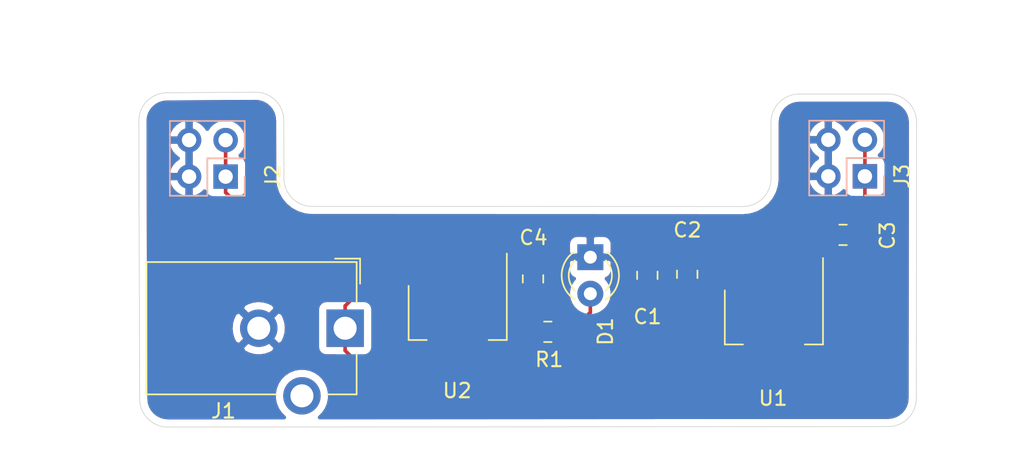
<source format=kicad_pcb>
(kicad_pcb (version 20171130) (host pcbnew 5.1.5-52549c5~84~ubuntu18.04.1)

  (general
    (thickness 1.6)
    (drawings 16)
    (tracks 75)
    (zones 0)
    (modules 11)
    (nets 6)
  )

  (page A4)
  (layers
    (0 F.Cu signal)
    (31 B.Cu signal)
    (32 B.Adhes user)
    (33 F.Adhes user)
    (34 B.Paste user)
    (35 F.Paste user)
    (36 B.SilkS user)
    (37 F.SilkS user)
    (38 B.Mask user)
    (39 F.Mask user)
    (40 Dwgs.User user)
    (41 Cmts.User user)
    (42 Eco1.User user)
    (43 Eco2.User user)
    (44 Edge.Cuts user)
    (45 Margin user)
    (46 B.CrtYd user)
    (47 F.CrtYd user)
    (48 B.Fab user)
    (49 F.Fab user)
  )

  (setup
    (last_trace_width 0.25)
    (trace_clearance 0.2)
    (zone_clearance 0.508)
    (zone_45_only no)
    (trace_min 0.2)
    (via_size 0.8)
    (via_drill 0.4)
    (via_min_size 0.4)
    (via_min_drill 0.3)
    (uvia_size 0.3)
    (uvia_drill 0.1)
    (uvias_allowed no)
    (uvia_min_size 0.2)
    (uvia_min_drill 0.1)
    (edge_width 0.05)
    (segment_width 0.2)
    (pcb_text_width 0.3)
    (pcb_text_size 1.5 1.5)
    (mod_edge_width 0.12)
    (mod_text_size 1 1)
    (mod_text_width 0.15)
    (pad_size 1.524 1.524)
    (pad_drill 0.762)
    (pad_to_mask_clearance 0.051)
    (solder_mask_min_width 0.25)
    (aux_axis_origin 0 0)
    (visible_elements 7FFDFFFF)
    (pcbplotparams
      (layerselection 0x010fc_ffffffff)
      (usegerberextensions false)
      (usegerberattributes false)
      (usegerberadvancedattributes false)
      (creategerberjobfile false)
      (excludeedgelayer true)
      (linewidth 0.100000)
      (plotframeref false)
      (viasonmask false)
      (mode 1)
      (useauxorigin false)
      (hpglpennumber 1)
      (hpglpenspeed 20)
      (hpglpendiameter 15.000000)
      (psnegative false)
      (psa4output false)
      (plotreference true)
      (plotvalue true)
      (plotinvisibletext false)
      (padsonsilk false)
      (subtractmaskfromsilk false)
      (outputformat 1)
      (mirror false)
      (drillshape 0)
      (scaleselection 1)
      (outputdirectory "./"))
  )

  (net 0 "")
  (net 1 "Net-(C1-Pad1)")
  (net 2 GND)
  (net 3 "Net-(C3-Pad1)")
  (net 4 "Net-(C4-Pad1)")
  (net 5 "Net-(D1-Pad2)")

  (net_class Default "This is the default net class."
    (clearance 0.2)
    (trace_width 0.25)
    (via_dia 0.8)
    (via_drill 0.4)
    (uvia_dia 0.3)
    (uvia_drill 0.1)
    (add_net GND)
    (add_net "Net-(C1-Pad1)")
    (add_net "Net-(C3-Pad1)")
    (add_net "Net-(C4-Pad1)")
    (add_net "Net-(D1-Pad2)")
  )

  (module Connector_BarrelJack:BarrelJack_CUI_PJ-102AH_Horizontal (layer F.Cu) (tedit 5A1DBF38) (tstamp 5E394CA7)
    (at 129.38 72.35 270)
    (descr "Thin-pin DC Barrel Jack, https://cdn-shop.adafruit.com/datasheets/21mmdcjackDatasheet.pdf")
    (tags "Power Jack")
    (path /5E2FBB06)
    (fp_text reference J1 (at 5.75 8.45) (layer F.SilkS)
      (effects (font (size 1 1) (thickness 0.15)))
    )
    (fp_text value Barrel_Jack (at -6.18 8.86) (layer F.Fab)
      (effects (font (size 1 1) (thickness 0.15)))
    )
    (fp_text user %R (at 0 6.5 90) (layer F.Fab)
      (effects (font (size 1 1) (thickness 0.15)))
    )
    (fp_line (start 1.8 -1.8) (end 1.8 -1.2) (layer F.CrtYd) (width 0.05))
    (fp_line (start 1.8 -1.2) (end 5 -1.2) (layer F.CrtYd) (width 0.05))
    (fp_line (start 5 -1.2) (end 5 1.2) (layer F.CrtYd) (width 0.05))
    (fp_line (start 5 1.2) (end 6.5 1.2) (layer F.CrtYd) (width 0.05))
    (fp_line (start 6.5 1.2) (end 6.5 4.8) (layer F.CrtYd) (width 0.05))
    (fp_line (start 6.5 4.8) (end 5 4.8) (layer F.CrtYd) (width 0.05))
    (fp_line (start 5 4.8) (end 5 14.2) (layer F.CrtYd) (width 0.05))
    (fp_line (start 5 14.2) (end -5 14.2) (layer F.CrtYd) (width 0.05))
    (fp_line (start -5 14.2) (end -5 -1.2) (layer F.CrtYd) (width 0.05))
    (fp_line (start -5 -1.2) (end -1.8 -1.2) (layer F.CrtYd) (width 0.05))
    (fp_line (start -1.8 -1.2) (end -1.8 -1.8) (layer F.CrtYd) (width 0.05))
    (fp_line (start -1.8 -1.8) (end 1.8 -1.8) (layer F.CrtYd) (width 0.05))
    (fp_line (start 4.6 4.8) (end 4.6 13.8) (layer F.SilkS) (width 0.12))
    (fp_line (start 4.6 13.8) (end -4.6 13.8) (layer F.SilkS) (width 0.12))
    (fp_line (start -4.6 13.8) (end -4.6 -0.8) (layer F.SilkS) (width 0.12))
    (fp_line (start -4.6 -0.8) (end -1.8 -0.8) (layer F.SilkS) (width 0.12))
    (fp_line (start 1.8 -0.8) (end 4.6 -0.8) (layer F.SilkS) (width 0.12))
    (fp_line (start 4.6 -0.8) (end 4.6 1.2) (layer F.SilkS) (width 0.12))
    (fp_line (start -4.84 0.7) (end -4.84 -1.04) (layer F.SilkS) (width 0.12))
    (fp_line (start -4.84 -1.04) (end -3.1 -1.04) (layer F.SilkS) (width 0.12))
    (fp_line (start 4.5 -0.7) (end 4.5 13.7) (layer F.Fab) (width 0.1))
    (fp_line (start 4.5 13.7) (end -4.5 13.7) (layer F.Fab) (width 0.1))
    (fp_line (start -4.5 13.7) (end -4.5 0.3) (layer F.Fab) (width 0.1))
    (fp_line (start -4.5 0.3) (end -3.5 -0.7) (layer F.Fab) (width 0.1))
    (fp_line (start -3.5 -0.7) (end 4.5 -0.7) (layer F.Fab) (width 0.1))
    (fp_line (start -4.5 10.2) (end 4.5 10.2) (layer F.Fab) (width 0.1))
    (pad 1 thru_hole rect (at 0 0 270) (size 2.6 2.6) (drill 1.6) (layers *.Cu *.Mask)
      (net 1 "Net-(C1-Pad1)"))
    (pad 2 thru_hole circle (at 0 6 270) (size 2.6 2.6) (drill 1.6) (layers *.Cu *.Mask)
      (net 2 GND))
    (pad 3 thru_hole circle (at 4.7 3 270) (size 2.6 2.6) (drill 1.6) (layers *.Cu *.Mask))
    (model ${KISYS3DMOD}/Connector_BarrelJack.3dshapes/BarrelJack_CUI_PJ-102AH_Horizontal.wrl
      (at (xyz 0 0 0))
      (scale (xyz 1 1 1))
      (rotate (xyz 0 0 0))
    )
  )

  (module Capacitor_SMD:C_0805_2012Metric_Pad1.15x1.40mm_HandSolder (layer F.Cu) (tedit 5B36C52B) (tstamp 5E394C72)
    (at 142.43 68.92 90)
    (descr "Capacitor SMD 0805 (2012 Metric), square (rectangular) end terminal, IPC_7351 nominal with elongated pad for handsoldering. (Body size source: https://docs.google.com/spreadsheets/d/1BsfQQcO9C6DZCsRaXUlFlo91Tg2WpOkGARC1WS5S8t0/edit?usp=sharing), generated with kicad-footprint-generator")
    (tags "capacitor handsolder")
    (path /5E2FBD94)
    (attr smd)
    (fp_text reference C4 (at 2.87 0.03 180) (layer F.SilkS)
      (effects (font (size 1 1) (thickness 0.15)))
    )
    (fp_text value 22uF (at -2.12 -3.09 270) (layer F.Fab)
      (effects (font (size 1 1) (thickness 0.15)))
    )
    (fp_text user %R (at -0.09 0.04 270) (layer F.Fab)
      (effects (font (size 0.5 0.5) (thickness 0.08)))
    )
    (fp_line (start 1.85 0.95) (end -1.85 0.95) (layer F.CrtYd) (width 0.05))
    (fp_line (start 1.85 -0.95) (end 1.85 0.95) (layer F.CrtYd) (width 0.05))
    (fp_line (start -1.85 -0.95) (end 1.85 -0.95) (layer F.CrtYd) (width 0.05))
    (fp_line (start -1.85 0.95) (end -1.85 -0.95) (layer F.CrtYd) (width 0.05))
    (fp_line (start -0.261252 0.71) (end 0.261252 0.71) (layer F.SilkS) (width 0.12))
    (fp_line (start -0.261252 -0.71) (end 0.261252 -0.71) (layer F.SilkS) (width 0.12))
    (fp_line (start 1 0.6) (end -1 0.6) (layer F.Fab) (width 0.1))
    (fp_line (start 1 -0.6) (end 1 0.6) (layer F.Fab) (width 0.1))
    (fp_line (start -1 -0.6) (end 1 -0.6) (layer F.Fab) (width 0.1))
    (fp_line (start -1 0.6) (end -1 -0.6) (layer F.Fab) (width 0.1))
    (pad 2 smd roundrect (at 1.025 0 90) (size 1.15 1.4) (layers F.Cu F.Paste F.Mask) (roundrect_rratio 0.217391)
      (net 2 GND))
    (pad 1 smd roundrect (at -1.025 0 90) (size 1.15 1.4) (layers F.Cu F.Paste F.Mask) (roundrect_rratio 0.217391)
      (net 4 "Net-(C4-Pad1)"))
    (model ${KISYS3DMOD}/Capacitor_SMD.3dshapes/C_0805_2012Metric.wrl
      (at (xyz 0 0 0))
      (scale (xyz 1 1 1))
      (rotate (xyz 0 0 0))
    )
  )

  (module LED_THT:LED_D3.0mm (layer F.Cu) (tedit 587A3A7B) (tstamp 5E394C85)
    (at 146.41 67.41 270)
    (descr "LED, diameter 3.0mm, 2 pins")
    (tags "LED diameter 3.0mm 2 pins")
    (path /5E2FC0D3)
    (fp_text reference D1 (at 5.17 -1.05 90) (layer F.SilkS)
      (effects (font (size 1 1) (thickness 0.15)))
    )
    (fp_text value LED_ALT (at -1.98 -0.7) (layer F.Fab)
      (effects (font (size 1 1) (thickness 0.15)))
    )
    (fp_arc (start 1.27 0) (end -0.23 -1.16619) (angle 284.3) (layer F.Fab) (width 0.1))
    (fp_arc (start 1.27 0) (end -0.29 -1.235516) (angle 108.8) (layer F.SilkS) (width 0.12))
    (fp_arc (start 1.27 0) (end -0.29 1.235516) (angle -108.8) (layer F.SilkS) (width 0.12))
    (fp_arc (start 1.27 0) (end 0.229039 -1.08) (angle 87.9) (layer F.SilkS) (width 0.12))
    (fp_arc (start 1.27 0) (end 0.229039 1.08) (angle -87.9) (layer F.SilkS) (width 0.12))
    (fp_circle (center 1.27 0) (end 2.77 0) (layer F.Fab) (width 0.1))
    (fp_line (start -0.23 -1.16619) (end -0.23 1.16619) (layer F.Fab) (width 0.1))
    (fp_line (start -0.29 -1.236) (end -0.29 -1.08) (layer F.SilkS) (width 0.12))
    (fp_line (start -0.29 1.08) (end -0.29 1.236) (layer F.SilkS) (width 0.12))
    (fp_line (start -1.15 -2.25) (end -1.15 2.25) (layer F.CrtYd) (width 0.05))
    (fp_line (start -1.15 2.25) (end 3.7 2.25) (layer F.CrtYd) (width 0.05))
    (fp_line (start 3.7 2.25) (end 3.7 -2.25) (layer F.CrtYd) (width 0.05))
    (fp_line (start 3.7 -2.25) (end -1.15 -2.25) (layer F.CrtYd) (width 0.05))
    (pad 1 thru_hole rect (at 0 0 270) (size 1.8 1.8) (drill 0.9) (layers *.Cu *.Mask)
      (net 2 GND))
    (pad 2 thru_hole circle (at 2.54 0 270) (size 1.8 1.8) (drill 0.9) (layers *.Cu *.Mask)
      (net 5 "Net-(D1-Pad2)"))
    (model ${KISYS3DMOD}/LED_THT.3dshapes/LED_D3.0mm.wrl
      (at (xyz 0 0 0))
      (scale (xyz 1 1 1))
      (rotate (xyz 0 0 0))
    )
  )

  (module Package_TO_SOT_SMD:SOT-223-3_TabPin2 (layer F.Cu) (tedit 5A02FF57) (tstamp 5E394D02)
    (at 159.16 71.57 270)
    (descr "module CMS SOT223 4 pins")
    (tags "CMS SOT")
    (path /5E2FB9A0)
    (attr smd)
    (fp_text reference U1 (at 5.65 0.06 180) (layer F.SilkS)
      (effects (font (size 1 1) (thickness 0.15)))
    )
    (fp_text value AZ1117-3.3 (at 3.1 5.09 270) (layer F.Fab)
      (effects (font (size 1 1) (thickness 0.15)))
    )
    (fp_text user %R (at -0.38 0.73) (layer F.Fab)
      (effects (font (size 0.8 0.8) (thickness 0.12)))
    )
    (fp_line (start 1.91 3.41) (end 1.91 2.15) (layer F.SilkS) (width 0.12))
    (fp_line (start 1.91 -3.41) (end 1.91 -2.15) (layer F.SilkS) (width 0.12))
    (fp_line (start 4.4 -3.6) (end -4.4 -3.6) (layer F.CrtYd) (width 0.05))
    (fp_line (start 4.4 3.6) (end 4.4 -3.6) (layer F.CrtYd) (width 0.05))
    (fp_line (start -4.4 3.6) (end 4.4 3.6) (layer F.CrtYd) (width 0.05))
    (fp_line (start -4.4 -3.6) (end -4.4 3.6) (layer F.CrtYd) (width 0.05))
    (fp_line (start -1.85 -2.35) (end -0.85 -3.35) (layer F.Fab) (width 0.1))
    (fp_line (start -1.85 -2.35) (end -1.85 3.35) (layer F.Fab) (width 0.1))
    (fp_line (start -1.85 3.41) (end 1.91 3.41) (layer F.SilkS) (width 0.12))
    (fp_line (start -0.85 -3.35) (end 1.85 -3.35) (layer F.Fab) (width 0.1))
    (fp_line (start -4.1 -3.41) (end 1.91 -3.41) (layer F.SilkS) (width 0.12))
    (fp_line (start -1.85 3.35) (end 1.85 3.35) (layer F.Fab) (width 0.1))
    (fp_line (start 1.85 -3.35) (end 1.85 3.35) (layer F.Fab) (width 0.1))
    (pad 2 smd rect (at 3.15 0 270) (size 2 3.8) (layers F.Cu F.Paste F.Mask)
      (net 3 "Net-(C3-Pad1)"))
    (pad 2 smd rect (at -3.15 0 270) (size 2 1.5) (layers F.Cu F.Paste F.Mask)
      (net 3 "Net-(C3-Pad1)"))
    (pad 3 smd rect (at -3.15 2.3 270) (size 2 1.5) (layers F.Cu F.Paste F.Mask)
      (net 1 "Net-(C1-Pad1)"))
    (pad 1 smd rect (at -3.15 -2.3 270) (size 2 1.5) (layers F.Cu F.Paste F.Mask)
      (net 2 GND))
    (model ${KISYS3DMOD}/Package_TO_SOT_SMD.3dshapes/SOT-223.wrl
      (at (xyz 0 0 0))
      (scale (xyz 1 1 1))
      (rotate (xyz 0 0 0))
    )
  )

  (module Connector_PinHeader_2.54mm:PinHeader_2x02_P2.54mm_Vertical (layer B.Cu) (tedit 59FED5CC) (tstamp 5E394CDB)
    (at 165.48 61.79 90)
    (descr "Through hole straight pin header, 2x02, 2.54mm pitch, double rows")
    (tags "Through hole pin header THT 2x02 2.54mm double row")
    (path /5E2FBF39)
    (fp_text reference J3 (at 0.01 2.58 90) (layer F.SilkS)
      (effects (font (size 1 1) (thickness 0.15)))
    )
    (fp_text value Conn_02x02_Odd_Even (at -2.78 -14.68) (layer F.Fab)
      (effects (font (size 1 1) (thickness 0.15)))
    )
    (fp_line (start 0 1.27) (end 3.81 1.27) (layer B.Fab) (width 0.1))
    (fp_line (start 3.81 1.27) (end 3.81 -3.81) (layer B.Fab) (width 0.1))
    (fp_line (start 3.81 -3.81) (end -1.27 -3.81) (layer B.Fab) (width 0.1))
    (fp_line (start -1.27 -3.81) (end -1.27 0) (layer B.Fab) (width 0.1))
    (fp_line (start -1.27 0) (end 0 1.27) (layer B.Fab) (width 0.1))
    (fp_line (start -1.33 -3.87) (end 3.87 -3.87) (layer B.SilkS) (width 0.12))
    (fp_line (start -1.33 -1.27) (end -1.33 -3.87) (layer B.SilkS) (width 0.12))
    (fp_line (start 3.87 1.33) (end 3.87 -3.87) (layer B.SilkS) (width 0.12))
    (fp_line (start -1.33 -1.27) (end 1.27 -1.27) (layer B.SilkS) (width 0.12))
    (fp_line (start 1.27 -1.27) (end 1.27 1.33) (layer B.SilkS) (width 0.12))
    (fp_line (start 1.27 1.33) (end 3.87 1.33) (layer B.SilkS) (width 0.12))
    (fp_line (start -1.33 0) (end -1.33 1.33) (layer B.SilkS) (width 0.12))
    (fp_line (start -1.33 1.33) (end 0 1.33) (layer B.SilkS) (width 0.12))
    (fp_line (start -1.8 1.8) (end -1.8 -4.35) (layer B.CrtYd) (width 0.05))
    (fp_line (start -1.8 -4.35) (end 4.35 -4.35) (layer B.CrtYd) (width 0.05))
    (fp_line (start 4.35 -4.35) (end 4.35 1.8) (layer B.CrtYd) (width 0.05))
    (fp_line (start 4.35 1.8) (end -1.8 1.8) (layer B.CrtYd) (width 0.05))
    (pad 1 thru_hole rect (at 0 0 90) (size 1.7 1.7) (drill 1) (layers *.Cu *.Mask)
      (net 3 "Net-(C3-Pad1)"))
    (pad 2 thru_hole oval (at 2.54 0 90) (size 1.7 1.7) (drill 1) (layers *.Cu *.Mask)
      (net 3 "Net-(C3-Pad1)"))
    (pad 3 thru_hole oval (at 0 -2.54 90) (size 1.7 1.7) (drill 1) (layers *.Cu *.Mask)
      (net 2 GND))
    (pad 4 thru_hole oval (at 2.54 -2.54 90) (size 1.7 1.7) (drill 1) (layers *.Cu *.Mask)
      (net 2 GND))
    (model ${KISYS3DMOD}/Connector_PinHeader_2.54mm.3dshapes/PinHeader_2x02_P2.54mm_Vertical.wrl
      (at (xyz 0 0 0))
      (scale (xyz 1 1 1))
      (rotate (xyz 0 0 0))
    )
  )

  (module Capacitor_SMD:C_0805_2012Metric_Pad1.15x1.40mm_HandSolder (layer F.Cu) (tedit 5B36C52B) (tstamp 5E394C3F)
    (at 150.37 68.67 90)
    (descr "Capacitor SMD 0805 (2012 Metric), square (rectangular) end terminal, IPC_7351 nominal with elongated pad for handsoldering. (Body size source: https://docs.google.com/spreadsheets/d/1BsfQQcO9C6DZCsRaXUlFlo91Tg2WpOkGARC1WS5S8t0/edit?usp=sharing), generated with kicad-footprint-generator")
    (tags "capacitor handsolder")
    (path /5E2FBD68)
    (attr smd)
    (fp_text reference C1 (at -2.88 0.01 180) (layer F.SilkS)
      (effects (font (size 1 1) (thickness 0.15)))
    )
    (fp_text value 10uF (at -0.05 -3.79 90) (layer F.Fab)
      (effects (font (size 1 1) (thickness 0.15)))
    )
    (fp_text user %R (at 1.59 -1.96 90) (layer F.Fab)
      (effects (font (size 0.5 0.5) (thickness 0.08)))
    )
    (fp_line (start 1.85 0.95) (end -1.85 0.95) (layer F.CrtYd) (width 0.05))
    (fp_line (start 1.85 -0.95) (end 1.85 0.95) (layer F.CrtYd) (width 0.05))
    (fp_line (start -1.85 -0.95) (end 1.85 -0.95) (layer F.CrtYd) (width 0.05))
    (fp_line (start -1.85 0.95) (end -1.85 -0.95) (layer F.CrtYd) (width 0.05))
    (fp_line (start -0.261252 0.71) (end 0.261252 0.71) (layer F.SilkS) (width 0.12))
    (fp_line (start -0.261252 -0.71) (end 0.261252 -0.71) (layer F.SilkS) (width 0.12))
    (fp_line (start 1 0.6) (end -1 0.6) (layer F.Fab) (width 0.1))
    (fp_line (start 1 -0.6) (end 1 0.6) (layer F.Fab) (width 0.1))
    (fp_line (start -1 -0.6) (end 1 -0.6) (layer F.Fab) (width 0.1))
    (fp_line (start -1 0.6) (end -1 -0.6) (layer F.Fab) (width 0.1))
    (pad 2 smd roundrect (at 1.025 0 90) (size 1.15 1.4) (layers F.Cu F.Paste F.Mask) (roundrect_rratio 0.217391)
      (net 2 GND))
    (pad 1 smd roundrect (at -1.025 0 90) (size 1.15 1.4) (layers F.Cu F.Paste F.Mask) (roundrect_rratio 0.217391)
      (net 1 "Net-(C1-Pad1)"))
    (model ${KISYS3DMOD}/Capacitor_SMD.3dshapes/C_0805_2012Metric.wrl
      (at (xyz 0 0 0))
      (scale (xyz 1 1 1))
      (rotate (xyz 0 0 0))
    )
  )

  (module Capacitor_SMD:C_0805_2012Metric_Pad1.15x1.40mm_HandSolder (layer F.Cu) (tedit 5B36C52B) (tstamp 5E394C50)
    (at 153.14 68.6 90)
    (descr "Capacitor SMD 0805 (2012 Metric), square (rectangular) end terminal, IPC_7351 nominal with elongated pad for handsoldering. (Body size source: https://docs.google.com/spreadsheets/d/1BsfQQcO9C6DZCsRaXUlFlo91Tg2WpOkGARC1WS5S8t0/edit?usp=sharing), generated with kicad-footprint-generator")
    (tags "capacitor handsolder")
    (path /5E2FBC90)
    (attr smd)
    (fp_text reference C2 (at 3.08 0.01 180) (layer F.SilkS)
      (effects (font (size 1 1) (thickness 0.15)))
    )
    (fp_text value 10uF (at -0.04 3.81 90) (layer F.Fab)
      (effects (font (size 1 1) (thickness 0.15)))
    )
    (fp_line (start -1 0.6) (end -1 -0.6) (layer F.Fab) (width 0.1))
    (fp_line (start -1 -0.6) (end 1 -0.6) (layer F.Fab) (width 0.1))
    (fp_line (start 1 -0.6) (end 1 0.6) (layer F.Fab) (width 0.1))
    (fp_line (start 1 0.6) (end -1 0.6) (layer F.Fab) (width 0.1))
    (fp_line (start -0.261252 -0.71) (end 0.261252 -0.71) (layer F.SilkS) (width 0.12))
    (fp_line (start -0.261252 0.71) (end 0.261252 0.71) (layer F.SilkS) (width 0.12))
    (fp_line (start -1.85 0.95) (end -1.85 -0.95) (layer F.CrtYd) (width 0.05))
    (fp_line (start -1.85 -0.95) (end 1.85 -0.95) (layer F.CrtYd) (width 0.05))
    (fp_line (start 1.85 -0.95) (end 1.85 0.95) (layer F.CrtYd) (width 0.05))
    (fp_line (start 1.85 0.95) (end -1.85 0.95) (layer F.CrtYd) (width 0.05))
    (fp_text user %R (at 0.41 2.15) (layer F.Fab)
      (effects (font (size 0.5 0.5) (thickness 0.08)))
    )
    (pad 1 smd roundrect (at -1.025 0 90) (size 1.15 1.4) (layers F.Cu F.Paste F.Mask) (roundrect_rratio 0.217391)
      (net 1 "Net-(C1-Pad1)"))
    (pad 2 smd roundrect (at 1.025 0 90) (size 1.15 1.4) (layers F.Cu F.Paste F.Mask) (roundrect_rratio 0.217391)
      (net 2 GND))
    (model ${KISYS3DMOD}/Capacitor_SMD.3dshapes/C_0805_2012Metric.wrl
      (at (xyz 0 0 0))
      (scale (xyz 1 1 1))
      (rotate (xyz 0 0 0))
    )
  )

  (module Capacitor_SMD:C_0805_2012Metric_Pad1.15x1.40mm_HandSolder (layer F.Cu) (tedit 5B36C52B) (tstamp 5E3951FE)
    (at 163.96 65.86 180)
    (descr "Capacitor SMD 0805 (2012 Metric), square (rectangular) end terminal, IPC_7351 nominal with elongated pad for handsoldering. (Body size source: https://docs.google.com/spreadsheets/d/1BsfQQcO9C6DZCsRaXUlFlo91Tg2WpOkGARC1WS5S8t0/edit?usp=sharing), generated with kicad-footprint-generator")
    (tags "capacitor handsolder")
    (path /5E2FBCDE)
    (attr smd)
    (fp_text reference C3 (at -3.08 -0.05 270) (layer F.SilkS)
      (effects (font (size 1 1) (thickness 0.15)))
    )
    (fp_text value 22uF (at -0.01 3.53) (layer F.Fab)
      (effects (font (size 1 1) (thickness 0.15)))
    )
    (fp_text user %R (at 0.3 0.18) (layer F.Fab)
      (effects (font (size 0.5 0.5) (thickness 0.08)))
    )
    (fp_line (start 1.85 0.95) (end -1.85 0.95) (layer F.CrtYd) (width 0.05))
    (fp_line (start 1.85 -0.95) (end 1.85 0.95) (layer F.CrtYd) (width 0.05))
    (fp_line (start -1.85 -0.95) (end 1.85 -0.95) (layer F.CrtYd) (width 0.05))
    (fp_line (start -1.85 0.95) (end -1.85 -0.95) (layer F.CrtYd) (width 0.05))
    (fp_line (start -0.261252 0.71) (end 0.261252 0.71) (layer F.SilkS) (width 0.12))
    (fp_line (start -0.261252 -0.71) (end 0.261252 -0.71) (layer F.SilkS) (width 0.12))
    (fp_line (start 1 0.6) (end -1 0.6) (layer F.Fab) (width 0.1))
    (fp_line (start 1 -0.6) (end 1 0.6) (layer F.Fab) (width 0.1))
    (fp_line (start -1 -0.6) (end 1 -0.6) (layer F.Fab) (width 0.1))
    (fp_line (start -1 0.6) (end -1 -0.6) (layer F.Fab) (width 0.1))
    (pad 2 smd roundrect (at 1.025 0 180) (size 1.15 1.4) (layers F.Cu F.Paste F.Mask) (roundrect_rratio 0.217391)
      (net 2 GND))
    (pad 1 smd roundrect (at -1.025 0 180) (size 1.15 1.4) (layers F.Cu F.Paste F.Mask) (roundrect_rratio 0.217391)
      (net 3 "Net-(C3-Pad1)"))
    (model ${KISYS3DMOD}/Capacitor_SMD.3dshapes/C_0805_2012Metric.wrl
      (at (xyz 0 0 0))
      (scale (xyz 1 1 1))
      (rotate (xyz 0 0 0))
    )
  )

  (module Connector_PinHeader_2.54mm:PinHeader_2x02_P2.54mm_Vertical (layer B.Cu) (tedit 59FED5CC) (tstamp 5E394CC1)
    (at 121.08 61.81 90)
    (descr "Through hole straight pin header, 2x02, 2.54mm pitch, double rows")
    (tags "Through hole pin header THT 2x02 2.54mm double row")
    (path /5E2FBF77)
    (fp_text reference J2 (at -0.01 3.28 90) (layer F.SilkS)
      (effects (font (size 1 1) (thickness 0.15)))
    )
    (fp_text value Conn_02x02_Odd_Even (at -2.89 12.56 180) (layer F.Fab)
      (effects (font (size 1 1) (thickness 0.15)))
    )
    (fp_line (start 4.35 1.8) (end -1.8 1.8) (layer B.CrtYd) (width 0.05))
    (fp_line (start 4.35 -4.35) (end 4.35 1.8) (layer B.CrtYd) (width 0.05))
    (fp_line (start -1.8 -4.35) (end 4.35 -4.35) (layer B.CrtYd) (width 0.05))
    (fp_line (start -1.8 1.8) (end -1.8 -4.35) (layer B.CrtYd) (width 0.05))
    (fp_line (start -1.33 1.33) (end 0 1.33) (layer B.SilkS) (width 0.12))
    (fp_line (start -1.33 0) (end -1.33 1.33) (layer B.SilkS) (width 0.12))
    (fp_line (start 1.27 1.33) (end 3.87 1.33) (layer B.SilkS) (width 0.12))
    (fp_line (start 1.27 -1.27) (end 1.27 1.33) (layer B.SilkS) (width 0.12))
    (fp_line (start -1.33 -1.27) (end 1.27 -1.27) (layer B.SilkS) (width 0.12))
    (fp_line (start 3.87 1.33) (end 3.87 -3.87) (layer B.SilkS) (width 0.12))
    (fp_line (start -1.33 -1.27) (end -1.33 -3.87) (layer B.SilkS) (width 0.12))
    (fp_line (start -1.33 -3.87) (end 3.87 -3.87) (layer B.SilkS) (width 0.12))
    (fp_line (start -1.27 0) (end 0 1.27) (layer B.Fab) (width 0.1))
    (fp_line (start -1.27 -3.81) (end -1.27 0) (layer B.Fab) (width 0.1))
    (fp_line (start 3.81 -3.81) (end -1.27 -3.81) (layer B.Fab) (width 0.1))
    (fp_line (start 3.81 1.27) (end 3.81 -3.81) (layer B.Fab) (width 0.1))
    (fp_line (start 0 1.27) (end 3.81 1.27) (layer B.Fab) (width 0.1))
    (pad 4 thru_hole oval (at 2.54 -2.54 90) (size 1.7 1.7) (drill 1) (layers *.Cu *.Mask)
      (net 2 GND))
    (pad 3 thru_hole oval (at 0 -2.54 90) (size 1.7 1.7) (drill 1) (layers *.Cu *.Mask)
      (net 2 GND))
    (pad 2 thru_hole oval (at 2.54 0 90) (size 1.7 1.7) (drill 1) (layers *.Cu *.Mask)
      (net 4 "Net-(C4-Pad1)"))
    (pad 1 thru_hole rect (at 0 0 90) (size 1.7 1.7) (drill 1) (layers *.Cu *.Mask)
      (net 4 "Net-(C4-Pad1)"))
    (model ${KISYS3DMOD}/Connector_PinHeader_2.54mm.3dshapes/PinHeader_2x02_P2.54mm_Vertical.wrl
      (at (xyz 0 0 0))
      (scale (xyz 1 1 1))
      (rotate (xyz 0 0 0))
    )
  )

  (module Resistor_SMD:R_0805_2012Metric_Pad1.15x1.40mm_HandSolder (layer F.Cu) (tedit 5B36C52B) (tstamp 5E3953E0)
    (at 143.46 72.6)
    (descr "Resistor SMD 0805 (2012 Metric), square (rectangular) end terminal, IPC_7351 nominal with elongated pad for handsoldering. (Body size source: https://docs.google.com/spreadsheets/d/1BsfQQcO9C6DZCsRaXUlFlo91Tg2WpOkGARC1WS5S8t0/edit?usp=sharing), generated with kicad-footprint-generator")
    (tags "resistor handsolder")
    (path /5E2FC1B2)
    (attr smd)
    (fp_text reference R1 (at 0.09 1.93) (layer F.SilkS)
      (effects (font (size 1 1) (thickness 0.15)))
    )
    (fp_text value 1K (at 0.06 3.2) (layer F.Fab)
      (effects (font (size 1 1) (thickness 0.15)))
    )
    (fp_line (start -1 0.6) (end -1 -0.6) (layer F.Fab) (width 0.1))
    (fp_line (start -1 -0.6) (end 1 -0.6) (layer F.Fab) (width 0.1))
    (fp_line (start 1 -0.6) (end 1 0.6) (layer F.Fab) (width 0.1))
    (fp_line (start 1 0.6) (end -1 0.6) (layer F.Fab) (width 0.1))
    (fp_line (start -0.261252 -0.71) (end 0.261252 -0.71) (layer F.SilkS) (width 0.12))
    (fp_line (start -0.261252 0.71) (end 0.261252 0.71) (layer F.SilkS) (width 0.12))
    (fp_line (start -1.85 0.95) (end -1.85 -0.95) (layer F.CrtYd) (width 0.05))
    (fp_line (start -1.85 -0.95) (end 1.85 -0.95) (layer F.CrtYd) (width 0.05))
    (fp_line (start 1.85 -0.95) (end 1.85 0.95) (layer F.CrtYd) (width 0.05))
    (fp_line (start 1.85 0.95) (end -1.85 0.95) (layer F.CrtYd) (width 0.05))
    (fp_text user %R (at -1.96 1.61) (layer F.Fab)
      (effects (font (size 0.5 0.5) (thickness 0.08)))
    )
    (pad 1 smd roundrect (at -1.025 0) (size 1.15 1.4) (layers F.Cu F.Paste F.Mask) (roundrect_rratio 0.217391)
      (net 4 "Net-(C4-Pad1)"))
    (pad 2 smd roundrect (at 1.025 0) (size 1.15 1.4) (layers F.Cu F.Paste F.Mask) (roundrect_rratio 0.217391)
      (net 5 "Net-(D1-Pad2)"))
    (model ${KISYS3DMOD}/Resistor_SMD.3dshapes/R_0805_2012Metric.wrl
      (at (xyz 0 0 0))
      (scale (xyz 1 1 1))
      (rotate (xyz 0 0 0))
    )
  )

  (module Package_TO_SOT_SMD:SOT-223-3_TabPin2 (layer F.Cu) (tedit 5A02FF57) (tstamp 5E394D18)
    (at 137.2 71.26 270)
    (descr "module CMS SOT223 4 pins")
    (tags "CMS SOT")
    (path /5E2FBBFF)
    (attr smd)
    (fp_text reference U2 (at 5.43 0.04 180) (layer F.SilkS)
      (effects (font (size 1 1) (thickness 0.15)))
    )
    (fp_text value AZ1117-5.0 (at 0 4.5 90) (layer F.Fab)
      (effects (font (size 1 1) (thickness 0.15)))
    )
    (fp_line (start 1.85 -3.35) (end 1.85 3.35) (layer F.Fab) (width 0.1))
    (fp_line (start -1.85 3.35) (end 1.85 3.35) (layer F.Fab) (width 0.1))
    (fp_line (start -4.1 -3.41) (end 1.91 -3.41) (layer F.SilkS) (width 0.12))
    (fp_line (start -0.85 -3.35) (end 1.85 -3.35) (layer F.Fab) (width 0.1))
    (fp_line (start -1.85 3.41) (end 1.91 3.41) (layer F.SilkS) (width 0.12))
    (fp_line (start -1.85 -2.35) (end -1.85 3.35) (layer F.Fab) (width 0.1))
    (fp_line (start -1.85 -2.35) (end -0.85 -3.35) (layer F.Fab) (width 0.1))
    (fp_line (start -4.4 -3.6) (end -4.4 3.6) (layer F.CrtYd) (width 0.05))
    (fp_line (start -4.4 3.6) (end 4.4 3.6) (layer F.CrtYd) (width 0.05))
    (fp_line (start 4.4 3.6) (end 4.4 -3.6) (layer F.CrtYd) (width 0.05))
    (fp_line (start 4.4 -3.6) (end -4.4 -3.6) (layer F.CrtYd) (width 0.05))
    (fp_line (start 1.91 -3.41) (end 1.91 -2.15) (layer F.SilkS) (width 0.12))
    (fp_line (start 1.91 3.41) (end 1.91 2.15) (layer F.SilkS) (width 0.12))
    (fp_text user %R (at 0 0) (layer F.Fab)
      (effects (font (size 0.8 0.8) (thickness 0.12)))
    )
    (pad 1 smd rect (at -3.15 -2.3 270) (size 2 1.5) (layers F.Cu F.Paste F.Mask)
      (net 2 GND))
    (pad 3 smd rect (at -3.15 2.3 270) (size 2 1.5) (layers F.Cu F.Paste F.Mask)
      (net 1 "Net-(C1-Pad1)"))
    (pad 2 smd rect (at -3.15 0 270) (size 2 1.5) (layers F.Cu F.Paste F.Mask)
      (net 4 "Net-(C4-Pad1)"))
    (pad 2 smd rect (at 3.15 0 270) (size 2 3.8) (layers F.Cu F.Paste F.Mask)
      (net 4 "Net-(C4-Pad1)"))
    (model ${KISYS3DMOD}/Package_TO_SOT_SMD.3dshapes/SOT-223.wrl
      (at (xyz 0 0 0))
      (scale (xyz 1 1 1))
      (rotate (xyz 0 0 0))
    )
  )

  (gr_line (start 169.05 77.23) (end 169.07 58.03) (layer Edge.Cuts) (width 0.05) (tstamp 5E3EAFD7))
  (gr_line (start 117.07 79.22) (end 167.09 79.19) (layer Edge.Cuts) (width 0.05) (tstamp 5E3EAFC9))
  (gr_line (start 115.05 57.94) (end 115.11 77.26) (layer Edge.Cuts) (width 0.05) (tstamp 5E3EAFBD))
  (gr_arc (start 117.07 77.26) (end 115.11 77.26) (angle -90) (layer Edge.Cuts) (width 0.05) (tstamp 5E3EAD65))
  (gr_arc (start 167.09 77.23) (end 167.09 79.19) (angle -90) (layer Edge.Cuts) (width 0.05) (tstamp 5E3EAD65))
  (gr_line (start 125.12 57.9) (end 125.13 61.92) (layer Edge.Cuts) (width 0.05) (tstamp 5E3EAF6C))
  (gr_line (start 127.09 63.88) (end 157 63.89) (layer Edge.Cuts) (width 0.05) (tstamp 5E3EAF1C))
  (gr_line (start 158.96 58.03) (end 158.96 61.93) (layer Edge.Cuts) (width 0.05) (tstamp 5E3EAF0B))
  (gr_line (start 160.92 56.07) (end 167.11 56.07) (layer Edge.Cuts) (width 0.05) (tstamp 5E3EAEFD))
  (gr_line (start 117.01 55.98) (end 123.16 55.94) (layer Edge.Cuts) (width 0.05) (tstamp 5E3EAEF0))
  (gr_arc (start 127.09 61.92) (end 125.13 61.92) (angle -90) (layer Edge.Cuts) (width 0.05) (tstamp 5E3EAD65))
  (gr_arc (start 157 61.93) (end 157 63.89) (angle -90) (layer Edge.Cuts) (width 0.05) (tstamp 5E3EAD65))
  (gr_arc (start 160.92 58.03) (end 160.92 56.07) (angle -90) (layer Edge.Cuts) (width 0.05) (tstamp 5E3EAD65))
  (gr_arc (start 123.16 57.9) (end 125.12 57.9) (angle -90) (layer Edge.Cuts) (width 0.05) (tstamp 5E3EAD65))
  (gr_arc (start 117.01 57.94) (end 117.01 55.98) (angle -90) (layer Edge.Cuts) (width 0.05) (tstamp 5E3EAD65))
  (gr_arc (start 167.11 58.03) (end 169.07 58.03) (angle -90) (layer Edge.Cuts) (width 0.05))

  (segment (start 153.07 69.695) (end 153.14 69.625) (width 0.25) (layer F.Cu) (net 1))
  (segment (start 150.37 69.695) (end 153.07 69.695) (width 0.25) (layer F.Cu) (net 1))
  (segment (start 154.345 68.42) (end 153.14 69.625) (width 0.25) (layer F.Cu) (net 1))
  (segment (start 156.86 68.42) (end 154.345 68.42) (width 0.25) (layer F.Cu) (net 1))
  (segment (start 131.215001 75.735001) (end 129.38 73.9) (width 0.25) (layer F.Cu) (net 1))
  (segment (start 144.904999 75.735001) (end 131.215001 75.735001) (width 0.25) (layer F.Cu) (net 1))
  (segment (start 150.37 70.27) (end 144.904999 75.735001) (width 0.25) (layer F.Cu) (net 1))
  (segment (start 129.38 73.9) (end 129.38 72.35) (width 0.25) (layer F.Cu) (net 1))
  (segment (start 150.37 69.695) (end 150.37 70.27) (width 0.25) (layer F.Cu) (net 1))
  (segment (start 129.38 70.8) (end 132.07 68.11) (width 0.25) (layer F.Cu) (net 1))
  (segment (start 133.9 68.11) (end 134.9 68.11) (width 0.25) (layer F.Cu) (net 1))
  (segment (start 132.07 68.11) (end 133.9 68.11) (width 0.25) (layer F.Cu) (net 1))
  (segment (start 129.38 72.35) (end 129.38 70.8) (width 0.25) (layer F.Cu) (net 1))
  (segment (start 118.54 60.472081) (end 118.54 61.81) (width 0.25) (layer F.Cu) (net 2))
  (segment (start 118.54 59.27) (end 118.54 60.472081) (width 0.25) (layer F.Cu) (net 2))
  (segment (start 161.465 68.415) (end 161.46 68.42) (width 0.25) (layer F.Cu) (net 2))
  (segment (start 162.94 65.855) (end 162.935 65.86) (width 0.25) (layer F.Cu) (net 2))
  (segment (start 162.94 61.79) (end 162.94 65.855) (width 0.25) (layer F.Cu) (net 2))
  (segment (start 162.46 68.42) (end 161.46 68.42) (width 0.25) (layer F.Cu) (net 2))
  (segment (start 162.935 67.945) (end 162.46 68.42) (width 0.25) (layer F.Cu) (net 2))
  (segment (start 162.935 65.86) (end 162.935 67.945) (width 0.25) (layer F.Cu) (net 2))
  (segment (start 153.07 67.645) (end 153.14 67.575) (width 0.25) (layer F.Cu) (net 2))
  (segment (start 150.37 67.645) (end 153.07 67.645) (width 0.25) (layer F.Cu) (net 2))
  (segment (start 150.135 67.41) (end 150.37 67.645) (width 0.25) (layer F.Cu) (net 2))
  (segment (start 146.41 67.41) (end 150.135 67.41) (width 0.25) (layer F.Cu) (net 2))
  (segment (start 161.46 67.17) (end 161.46 68.42) (width 0.25) (layer F.Cu) (net 2))
  (segment (start 161.08 66.79) (end 161.46 67.17) (width 0.25) (layer F.Cu) (net 2))
  (segment (start 153.84 67.575) (end 154.625 66.79) (width 0.25) (layer F.Cu) (net 2))
  (segment (start 154.625 66.79) (end 161.08 66.79) (width 0.25) (layer F.Cu) (net 2))
  (segment (start 153.14 67.575) (end 153.84 67.575) (width 0.25) (layer F.Cu) (net 2))
  (segment (start 142.915 67.41) (end 142.43 67.895) (width 0.25) (layer F.Cu) (net 2))
  (segment (start 146.41 67.41) (end 142.915 67.41) (width 0.25) (layer F.Cu) (net 2))
  (segment (start 118.54 67.51) (end 123.38 72.35) (width 0.25) (layer F.Cu) (net 2))
  (segment (start 118.54 61.81) (end 118.54 67.51) (width 0.25) (layer F.Cu) (net 2))
  (segment (start 118.54 58.067919) (end 119.727919 56.88) (width 0.25) (layer F.Cu) (net 2))
  (segment (start 118.54 59.27) (end 118.54 58.067919) (width 0.25) (layer F.Cu) (net 2))
  (segment (start 119.727919 56.88) (end 122.68 56.88) (width 0.25) (layer F.Cu) (net 2))
  (segment (start 122.68 56.88) (end 124.11 58.31) (width 0.25) (layer F.Cu) (net 2))
  (segment (start 124.11 63.13) (end 126.31 65.33) (width 0.25) (layer F.Cu) (net 2))
  (segment (start 124.11 58.31) (end 124.11 63.13) (width 0.25) (layer F.Cu) (net 2))
  (segment (start 126.31 65.33) (end 137.97 65.33) (width 0.25) (layer F.Cu) (net 2))
  (segment (start 142.215 68.11) (end 142.43 67.895) (width 0.25) (layer F.Cu) (net 2))
  (segment (start 162.94 59.25) (end 162.94 61.79) (width 0.25) (layer F.Cu) (net 2))
  (segment (start 137.97 65.33) (end 139.5 66.86) (width 0.25) (layer F.Cu) (net 2))
  (segment (start 139.5 68.11) (end 142.215 68.11) (width 0.25) (layer F.Cu) (net 2))
  (segment (start 139.5 66.86) (end 139.5 68.11) (width 0.25) (layer F.Cu) (net 2))
  (segment (start 159.16 69.67) (end 159.16 74.72) (width 0.25) (layer F.Cu) (net 3))
  (segment (start 159.16 68.42) (end 159.16 69.67) (width 0.25) (layer F.Cu) (net 3))
  (segment (start 159.16 73.47) (end 159.16 74.72) (width 0.25) (layer F.Cu) (net 3))
  (segment (start 161.31 74.72) (end 159.16 74.72) (width 0.25) (layer F.Cu) (net 3))
  (segment (start 164.985 71.045) (end 161.31 74.72) (width 0.25) (layer F.Cu) (net 3))
  (segment (start 164.985 65.86) (end 164.985 71.045) (width 0.25) (layer F.Cu) (net 3))
  (segment (start 165.48 60.452081) (end 165.48 61.79) (width 0.25) (layer F.Cu) (net 3))
  (segment (start 165.48 59.25) (end 165.48 60.452081) (width 0.25) (layer F.Cu) (net 3))
  (segment (start 165.48 65.365) (end 164.985 65.86) (width 0.25) (layer F.Cu) (net 3))
  (segment (start 165.48 61.79) (end 165.48 65.365) (width 0.25) (layer F.Cu) (net 3))
  (segment (start 121.08 60.472081) (end 121.08 61.81) (width 0.25) (layer F.Cu) (net 4))
  (segment (start 121.08 59.27) (end 121.08 60.472081) (width 0.25) (layer F.Cu) (net 4))
  (segment (start 121.08 62.91) (end 124.54 66.37) (width 0.25) (layer F.Cu) (net 4))
  (segment (start 121.08 61.81) (end 121.08 62.91) (width 0.25) (layer F.Cu) (net 4))
  (segment (start 136.71 66.37) (end 137.2 66.86) (width 0.25) (layer F.Cu) (net 4))
  (segment (start 137.2 66.86) (end 137.2 68.11) (width 0.25) (layer F.Cu) (net 4))
  (segment (start 124.54 66.37) (end 136.71 66.37) (width 0.25) (layer F.Cu) (net 4))
  (segment (start 137.2 69.36) (end 137.2 74.41) (width 0.25) (layer F.Cu) (net 4))
  (segment (start 137.2 68.11) (end 137.2 69.36) (width 0.25) (layer F.Cu) (net 4))
  (segment (start 142.43 72.595) (end 142.435 72.6) (width 0.25) (layer F.Cu) (net 4))
  (segment (start 142.43 69.945) (end 142.43 72.595) (width 0.25) (layer F.Cu) (net 4))
  (segment (start 141.325 74.41) (end 139.35 74.41) (width 0.25) (layer F.Cu) (net 4))
  (segment (start 142.435 73.3) (end 141.325 74.41) (width 0.25) (layer F.Cu) (net 4))
  (segment (start 139.35 74.41) (end 137.2 74.41) (width 0.25) (layer F.Cu) (net 4))
  (segment (start 142.435 72.6) (end 142.435 73.3) (width 0.25) (layer F.Cu) (net 4))
  (segment (start 146.41 71.222792) (end 146.41 69.95) (width 0.25) (layer F.Cu) (net 5))
  (segment (start 146.41 71.25) (end 146.41 71.222792) (width 0.25) (layer F.Cu) (net 5))
  (segment (start 145.06 72.6) (end 146.41 71.25) (width 0.25) (layer F.Cu) (net 5))
  (segment (start 144.485 72.6) (end 145.06 72.6) (width 0.25) (layer F.Cu) (net 5))

  (zone (net 2) (net_name GND) (layer F.Cu) (tstamp 5E4C3897) (hatch edge 0.508)
    (connect_pads (clearance 0.508))
    (min_thickness 0.254)
    (fill yes (arc_segments 32) (thermal_gap 0.508) (thermal_bridge_width 0.508))
    (polygon
      (pts
        (xy 175.26 81.28) (xy 106.68 81.28) (xy 106.68 50.8) (xy 175.26 50.8)
      )
    )
    (filled_polygon
      (pts
        (xy 123.411889 56.627863) (xy 123.654184 56.701016) (xy 123.877658 56.819839) (xy 124.073792 56.979802) (xy 124.235125 57.174818)
        (xy 124.355505 57.397456) (xy 124.430347 57.639236) (xy 124.460053 57.921864) (xy 124.470083 61.95406) (xy 124.472848 61.981439)
        (xy 124.472764 61.993501) (xy 124.473664 62.002672) (xy 124.513649 62.383103) (xy 124.525668 62.441654) (xy 124.536885 62.500457)
        (xy 124.539549 62.509279) (xy 124.652664 62.874697) (xy 124.675828 62.929802) (xy 124.698253 62.985307) (xy 124.70258 62.993443)
        (xy 124.884518 63.32993) (xy 124.917963 63.379514) (xy 124.950723 63.429577) (xy 124.956547 63.436718) (xy 125.200379 63.731459)
        (xy 125.242811 63.773597) (xy 125.284677 63.816349) (xy 125.291778 63.822223) (xy 125.588214 64.063989) (xy 125.638022 64.097082)
        (xy 125.687396 64.130889) (xy 125.695502 64.135272) (xy 126.033251 64.314856) (xy 126.088566 64.337655) (xy 126.143538 64.361216)
        (xy 126.152341 64.363941) (xy 126.51854 64.474503) (xy 126.577234 64.486125) (xy 126.635731 64.498559) (xy 126.644896 64.499522)
        (xy 127.025595 64.53685) (xy 127.025601 64.53685) (xy 127.057361 64.539989) (xy 157.032198 64.55001) (xy 157.061328 64.547151)
        (xy 157.073501 64.547236) (xy 157.082672 64.546336) (xy 157.463103 64.506351) (xy 157.521654 64.494332) (xy 157.580457 64.483115)
        (xy 157.589279 64.480451) (xy 157.954697 64.367336) (xy 158.009802 64.344172) (xy 158.065307 64.321747) (xy 158.073443 64.31742)
        (xy 158.40993 64.135482) (xy 158.459514 64.102037) (xy 158.509577 64.069277) (xy 158.516718 64.063453) (xy 158.811459 63.819621)
        (xy 158.853597 63.777189) (xy 158.896349 63.735323) (xy 158.902223 63.728222) (xy 159.143989 63.431786) (xy 159.177082 63.381978)
        (xy 159.210889 63.332604) (xy 159.215272 63.324498) (xy 159.394856 62.986749) (xy 159.417655 62.931434) (xy 159.441216 62.876462)
        (xy 159.443941 62.867659) (xy 159.554503 62.50146) (xy 159.566125 62.442766) (xy 159.578559 62.384269) (xy 159.579522 62.375104)
        (xy 159.601898 62.146891) (xy 161.498519 62.146891) (xy 161.595843 62.421252) (xy 161.744822 62.671355) (xy 161.939731 62.887588)
        (xy 162.17308 63.061641) (xy 162.435901 63.186825) (xy 162.58311 63.231476) (xy 162.813 63.110155) (xy 162.813 61.917)
        (xy 161.619186 61.917) (xy 161.498519 62.146891) (xy 159.601898 62.146891) (xy 159.61685 61.994405) (xy 159.61685 61.994402)
        (xy 159.62 61.962419) (xy 159.62 59.606891) (xy 161.498519 59.606891) (xy 161.595843 59.881252) (xy 161.744822 60.131355)
        (xy 161.939731 60.347588) (xy 162.17088 60.52) (xy 161.939731 60.692412) (xy 161.744822 60.908645) (xy 161.595843 61.158748)
        (xy 161.498519 61.433109) (xy 161.619186 61.663) (xy 162.813 61.663) (xy 162.813 59.377) (xy 161.619186 59.377)
        (xy 161.498519 59.606891) (xy 159.62 59.606891) (xy 159.62 58.893109) (xy 161.498519 58.893109) (xy 161.619186 59.123)
        (xy 162.813 59.123) (xy 162.813 57.929845) (xy 162.58311 57.808524) (xy 162.435901 57.853175) (xy 162.17308 57.978359)
        (xy 161.939731 58.152412) (xy 161.744822 58.368645) (xy 161.595843 58.618748) (xy 161.498519 58.893109) (xy 159.62 58.893109)
        (xy 159.62 58.062279) (xy 159.647863 57.778111) (xy 159.721016 57.535816) (xy 159.839839 57.312342) (xy 159.999802 57.116208)
        (xy 160.194818 56.954875) (xy 160.417456 56.834495) (xy 160.659236 56.759653) (xy 160.94136 56.73) (xy 167.077721 56.73)
        (xy 167.361889 56.757863) (xy 167.604184 56.831016) (xy 167.827658 56.949839) (xy 168.023792 57.109802) (xy 168.185125 57.304818)
        (xy 168.305505 57.527456) (xy 168.380347 57.769236) (xy 168.409978 58.051155) (xy 168.390034 77.197374) (xy 168.362137 77.481889)
        (xy 168.288984 77.724184) (xy 168.170161 77.947658) (xy 168.010196 78.143794) (xy 167.815181 78.305125) (xy 167.592544 78.425505)
        (xy 167.350764 78.500348) (xy 167.068517 78.530013) (xy 127.612497 78.553677) (xy 127.613491 78.553013) (xy 127.883013 78.283491)
        (xy 128.094775 77.966566) (xy 128.240639 77.614419) (xy 128.315 77.240581) (xy 128.315 76.859419) (xy 128.240639 76.485581)
        (xy 128.094775 76.133434) (xy 127.883013 75.816509) (xy 127.613491 75.546987) (xy 127.296566 75.335225) (xy 126.944419 75.189361)
        (xy 126.570581 75.115) (xy 126.189419 75.115) (xy 125.815581 75.189361) (xy 125.463434 75.335225) (xy 125.146509 75.546987)
        (xy 124.876987 75.816509) (xy 124.665225 76.133434) (xy 124.519361 76.485581) (xy 124.445 76.859419) (xy 124.445 77.240581)
        (xy 124.519361 77.614419) (xy 124.665225 77.966566) (xy 124.876987 78.283491) (xy 125.146509 78.553013) (xy 125.149714 78.555154)
        (xy 117.102086 78.559981) (xy 116.818111 78.532137) (xy 116.575816 78.458984) (xy 116.352342 78.340161) (xy 116.156206 78.180196)
        (xy 115.994875 77.985181) (xy 115.874495 77.762544) (xy 115.799652 77.520764) (xy 115.769934 77.238017) (xy 115.758945 73.699224)
        (xy 122.210381 73.699224) (xy 122.342317 73.994312) (xy 122.683045 74.165159) (xy 123.050557 74.26625) (xy 123.430729 74.293701)
        (xy 123.808951 74.246457) (xy 124.17069 74.126333) (xy 124.417683 73.994312) (xy 124.549619 73.699224) (xy 123.38 72.529605)
        (xy 122.210381 73.699224) (xy 115.758945 73.699224) (xy 115.754912 72.400729) (xy 121.436299 72.400729) (xy 121.483543 72.778951)
        (xy 121.603667 73.14069) (xy 121.735688 73.387683) (xy 122.030776 73.519619) (xy 123.200395 72.35) (xy 123.559605 72.35)
        (xy 124.729224 73.519619) (xy 125.024312 73.387683) (xy 125.195159 73.046955) (xy 125.29625 72.679443) (xy 125.323701 72.299271)
        (xy 125.276457 71.921049) (xy 125.156333 71.55931) (xy 125.024312 71.312317) (xy 124.729224 71.180381) (xy 123.559605 72.35)
        (xy 123.200395 72.35) (xy 122.030776 71.180381) (xy 121.735688 71.312317) (xy 121.564841 71.653045) (xy 121.46375 72.020557)
        (xy 121.436299 72.400729) (xy 115.754912 72.400729) (xy 115.750565 71.000776) (xy 122.210381 71.000776) (xy 123.38 72.170395)
        (xy 124.549619 71.000776) (xy 124.417683 70.705688) (xy 124.076955 70.534841) (xy 123.709443 70.43375) (xy 123.329271 70.406299)
        (xy 122.951049 70.453543) (xy 122.58931 70.573667) (xy 122.342317 70.705688) (xy 122.210381 71.000776) (xy 115.750565 71.000776)
        (xy 115.72313 62.166891) (xy 117.098519 62.166891) (xy 117.195843 62.441252) (xy 117.344822 62.691355) (xy 117.539731 62.907588)
        (xy 117.77308 63.081641) (xy 118.035901 63.206825) (xy 118.18311 63.251476) (xy 118.413 63.130155) (xy 118.413 61.937)
        (xy 117.219186 61.937) (xy 117.098519 62.166891) (xy 115.72313 62.166891) (xy 115.715242 59.626891) (xy 117.098519 59.626891)
        (xy 117.195843 59.901252) (xy 117.344822 60.151355) (xy 117.539731 60.367588) (xy 117.77088 60.54) (xy 117.539731 60.712412)
        (xy 117.344822 60.928645) (xy 117.195843 61.178748) (xy 117.098519 61.453109) (xy 117.219186 61.683) (xy 118.413 61.683)
        (xy 118.413 59.397) (xy 117.219186 59.397) (xy 117.098519 59.626891) (xy 115.715242 59.626891) (xy 115.713026 58.913109)
        (xy 117.098519 58.913109) (xy 117.219186 59.143) (xy 118.413 59.143) (xy 118.413 57.949845) (xy 118.667 57.949845)
        (xy 118.667 59.143) (xy 118.687 59.143) (xy 118.687 59.397) (xy 118.667 59.397) (xy 118.667 61.683)
        (xy 118.687 61.683) (xy 118.687 61.937) (xy 118.667 61.937) (xy 118.667 63.130155) (xy 118.89689 63.251476)
        (xy 119.044099 63.206825) (xy 119.30692 63.081641) (xy 119.540269 62.907588) (xy 119.616034 62.823534) (xy 119.640498 62.90418)
        (xy 119.699463 63.014494) (xy 119.778815 63.111185) (xy 119.875506 63.190537) (xy 119.98582 63.249502) (xy 120.105518 63.285812)
        (xy 120.23 63.298072) (xy 120.425674 63.298072) (xy 120.445026 63.334276) (xy 120.483711 63.381413) (xy 120.54 63.450001)
        (xy 120.568998 63.473799) (xy 123.9762 66.881002) (xy 123.999999 66.910001) (xy 124.028997 66.933799) (xy 124.115723 67.004974)
        (xy 124.22897 67.065506) (xy 124.247753 67.075546) (xy 124.391014 67.119003) (xy 124.502667 67.13) (xy 124.502677 67.13)
        (xy 124.54 67.133676) (xy 124.577323 67.13) (xy 133.511928 67.13) (xy 133.511928 67.35) (xy 132.107322 67.35)
        (xy 132.069999 67.346324) (xy 132.032676 67.35) (xy 132.032667 67.35) (xy 131.921014 67.360997) (xy 131.777753 67.404454)
        (xy 131.645724 67.475026) (xy 131.645722 67.475027) (xy 131.645723 67.475027) (xy 131.558996 67.546201) (xy 131.558992 67.546205)
        (xy 131.529999 67.569999) (xy 131.506205 67.598992) (xy 128.868998 70.236201) (xy 128.84 70.259999) (xy 128.816202 70.288997)
        (xy 128.816201 70.288998) (xy 128.745026 70.375724) (xy 128.725674 70.411928) (xy 128.08 70.411928) (xy 127.955518 70.424188)
        (xy 127.83582 70.460498) (xy 127.725506 70.519463) (xy 127.628815 70.598815) (xy 127.549463 70.695506) (xy 127.490498 70.80582)
        (xy 127.454188 70.925518) (xy 127.441928 71.05) (xy 127.441928 73.65) (xy 127.454188 73.774482) (xy 127.490498 73.89418)
        (xy 127.549463 74.004494) (xy 127.628815 74.101185) (xy 127.725506 74.180537) (xy 127.83582 74.239502) (xy 127.955518 74.275812)
        (xy 128.08 74.288072) (xy 128.725674 74.288072) (xy 128.745026 74.324276) (xy 128.784871 74.372826) (xy 128.839999 74.440001)
        (xy 128.869003 74.463804) (xy 130.651202 76.246004) (xy 130.675 76.275002) (xy 130.790725 76.369975) (xy 130.922754 76.440547)
        (xy 131.066015 76.484004) (xy 131.177668 76.495001) (xy 131.177677 76.495001) (xy 131.215 76.498677) (xy 131.252323 76.495001)
        (xy 144.867677 76.495001) (xy 144.904999 76.498677) (xy 144.942321 76.495001) (xy 144.942332 76.495001) (xy 145.053985 76.484004)
        (xy 145.197246 76.440547) (xy 145.329275 76.369975) (xy 145.445 76.275002) (xy 145.468803 76.245998) (xy 150.80673 70.908072)
        (xy 150.820001 70.908072) (xy 150.993255 70.891008) (xy 151.159851 70.840472) (xy 151.313387 70.758405) (xy 151.447962 70.647962)
        (xy 151.558405 70.513387) (xy 151.589614 70.455) (xy 151.961126 70.455) (xy 152.062038 70.577962) (xy 152.196613 70.688405)
        (xy 152.350149 70.770472) (xy 152.516745 70.821008) (xy 152.689999 70.838072) (xy 153.590001 70.838072) (xy 153.763255 70.821008)
        (xy 153.929851 70.770472) (xy 154.083387 70.688405) (xy 154.217962 70.577962) (xy 154.328405 70.443387) (xy 154.410472 70.289851)
        (xy 154.461008 70.123255) (xy 154.478072 69.950001) (xy 154.478072 69.36173) (xy 154.659802 69.18) (xy 155.471928 69.18)
        (xy 155.471928 69.42) (xy 155.484188 69.544482) (xy 155.520498 69.66418) (xy 155.579463 69.774494) (xy 155.658815 69.871185)
        (xy 155.755506 69.950537) (xy 155.86582 70.009502) (xy 155.985518 70.045812) (xy 156.11 70.058072) (xy 157.61 70.058072)
        (xy 157.734482 70.045812) (xy 157.85418 70.009502) (xy 157.964494 69.950537) (xy 158.01 69.913191) (xy 158.055506 69.950537)
        (xy 158.16582 70.009502) (xy 158.285518 70.045812) (xy 158.4 70.057087) (xy 158.400001 73.081928) (xy 157.26 73.081928)
        (xy 157.135518 73.094188) (xy 157.01582 73.130498) (xy 156.905506 73.189463) (xy 156.808815 73.268815) (xy 156.729463 73.365506)
        (xy 156.670498 73.47582) (xy 156.634188 73.595518) (xy 156.621928 73.72) (xy 156.621928 75.72) (xy 156.634188 75.844482)
        (xy 156.670498 75.96418) (xy 156.729463 76.074494) (xy 156.808815 76.171185) (xy 156.905506 76.250537) (xy 157.01582 76.309502)
        (xy 157.135518 76.345812) (xy 157.26 76.358072) (xy 161.06 76.358072) (xy 161.184482 76.345812) (xy 161.30418 76.309502)
        (xy 161.414494 76.250537) (xy 161.511185 76.171185) (xy 161.590537 76.074494) (xy 161.649502 75.96418) (xy 161.685812 75.844482)
        (xy 161.698072 75.72) (xy 161.698072 75.374326) (xy 161.734276 75.354974) (xy 161.850001 75.260001) (xy 161.873804 75.230997)
        (xy 165.496003 71.608799) (xy 165.525001 71.585001) (xy 165.619974 71.469276) (xy 165.690546 71.337247) (xy 165.734003 71.193986)
        (xy 165.745 71.082333) (xy 165.745 71.082323) (xy 165.748676 71.045) (xy 165.745 71.007677) (xy 165.745 67.079614)
        (xy 165.803387 67.048405) (xy 165.937962 66.937962) (xy 166.048405 66.803387) (xy 166.130472 66.649851) (xy 166.181008 66.483255)
        (xy 166.198072 66.310001) (xy 166.198072 65.615954) (xy 166.229003 65.513986) (xy 166.24 65.402333) (xy 166.24 65.402325)
        (xy 166.243676 65.365) (xy 166.24 65.327675) (xy 166.24 63.278072) (xy 166.33 63.278072) (xy 166.454482 63.265812)
        (xy 166.57418 63.229502) (xy 166.684494 63.170537) (xy 166.781185 63.091185) (xy 166.860537 62.994494) (xy 166.919502 62.88418)
        (xy 166.955812 62.764482) (xy 166.968072 62.64) (xy 166.968072 60.94) (xy 166.955812 60.815518) (xy 166.919502 60.69582)
        (xy 166.860537 60.585506) (xy 166.781185 60.488815) (xy 166.684494 60.409463) (xy 166.57418 60.350498) (xy 166.50162 60.328487)
        (xy 166.633475 60.196632) (xy 166.79599 59.953411) (xy 166.907932 59.683158) (xy 166.965 59.39626) (xy 166.965 59.10374)
        (xy 166.907932 58.816842) (xy 166.79599 58.546589) (xy 166.633475 58.303368) (xy 166.426632 58.096525) (xy 166.183411 57.93401)
        (xy 165.913158 57.822068) (xy 165.62626 57.765) (xy 165.33374 57.765) (xy 165.046842 57.822068) (xy 164.776589 57.93401)
        (xy 164.533368 58.096525) (xy 164.326525 58.303368) (xy 164.204805 58.485534) (xy 164.135178 58.368645) (xy 163.940269 58.152412)
        (xy 163.70692 57.978359) (xy 163.444099 57.853175) (xy 163.29689 57.808524) (xy 163.067 57.929845) (xy 163.067 59.123)
        (xy 163.087 59.123) (xy 163.087 59.377) (xy 163.067 59.377) (xy 163.067 61.663) (xy 163.087 61.663)
        (xy 163.087 61.917) (xy 163.067 61.917) (xy 163.067 63.110155) (xy 163.29689 63.231476) (xy 163.444099 63.186825)
        (xy 163.70692 63.061641) (xy 163.940269 62.887588) (xy 164.016034 62.803534) (xy 164.040498 62.88418) (xy 164.099463 62.994494)
        (xy 164.178815 63.091185) (xy 164.275506 63.170537) (xy 164.38582 63.229502) (xy 164.505518 63.265812) (xy 164.63 63.278072)
        (xy 164.72 63.278072) (xy 164.720001 64.521928) (xy 164.659999 64.521928) (xy 164.486745 64.538992) (xy 164.320149 64.589528)
        (xy 164.166613 64.671595) (xy 164.032038 64.782038) (xy 164.026658 64.788594) (xy 163.961185 64.708815) (xy 163.864494 64.629463)
        (xy 163.75418 64.570498) (xy 163.634482 64.534188) (xy 163.51 64.521928) (xy 163.22075 64.525) (xy 163.062 64.68375)
        (xy 163.062 65.733) (xy 163.082 65.733) (xy 163.082 65.987) (xy 163.062 65.987) (xy 163.062 67.03625)
        (xy 163.22075 67.195) (xy 163.51 67.198072) (xy 163.634482 67.185812) (xy 163.75418 67.149502) (xy 163.864494 67.090537)
        (xy 163.961185 67.011185) (xy 164.026658 66.931406) (xy 164.032038 66.937962) (xy 164.166613 67.048405) (xy 164.225 67.079614)
        (xy 164.225001 70.730197) (xy 161.590156 73.365042) (xy 161.511185 73.268815) (xy 161.414494 73.189463) (xy 161.30418 73.130498)
        (xy 161.184482 73.094188) (xy 161.06 73.081928) (xy 159.92 73.081928) (xy 159.92 70.057087) (xy 160.034482 70.045812)
        (xy 160.15418 70.009502) (xy 160.264494 69.950537) (xy 160.31 69.913191) (xy 160.355506 69.950537) (xy 160.46582 70.009502)
        (xy 160.585518 70.045812) (xy 160.71 70.058072) (xy 161.17425 70.055) (xy 161.333 69.89625) (xy 161.333 68.547)
        (xy 161.587 68.547) (xy 161.587 69.89625) (xy 161.74575 70.055) (xy 162.21 70.058072) (xy 162.334482 70.045812)
        (xy 162.45418 70.009502) (xy 162.564494 69.950537) (xy 162.661185 69.871185) (xy 162.740537 69.774494) (xy 162.799502 69.66418)
        (xy 162.835812 69.544482) (xy 162.848072 69.42) (xy 162.845 68.70575) (xy 162.68625 68.547) (xy 161.587 68.547)
        (xy 161.333 68.547) (xy 161.313 68.547) (xy 161.313 68.293) (xy 161.333 68.293) (xy 161.333 66.94375)
        (xy 161.587 66.94375) (xy 161.587 68.293) (xy 162.68625 68.293) (xy 162.845 68.13425) (xy 162.848072 67.42)
        (xy 162.835812 67.295518) (xy 162.799502 67.17582) (xy 162.753846 67.090404) (xy 162.808 67.03625) (xy 162.808 65.987)
        (xy 161.88375 65.987) (xy 161.725 66.14575) (xy 161.721928 66.56) (xy 161.734188 66.684482) (xy 161.764642 66.784875)
        (xy 161.74575 66.785) (xy 161.587 66.94375) (xy 161.333 66.94375) (xy 161.17425 66.785) (xy 160.71 66.781928)
        (xy 160.585518 66.794188) (xy 160.46582 66.830498) (xy 160.355506 66.889463) (xy 160.31 66.926809) (xy 160.264494 66.889463)
        (xy 160.15418 66.830498) (xy 160.034482 66.794188) (xy 159.91 66.781928) (xy 158.41 66.781928) (xy 158.285518 66.794188)
        (xy 158.16582 66.830498) (xy 158.055506 66.889463) (xy 158.01 66.926809) (xy 157.964494 66.889463) (xy 157.85418 66.830498)
        (xy 157.734482 66.794188) (xy 157.61 66.781928) (xy 156.11 66.781928) (xy 155.985518 66.794188) (xy 155.86582 66.830498)
        (xy 155.755506 66.889463) (xy 155.658815 66.968815) (xy 155.579463 67.065506) (xy 155.520498 67.17582) (xy 155.484188 67.295518)
        (xy 155.471928 67.42) (xy 155.471928 67.66) (xy 154.382322 67.66) (xy 154.344999 67.656324) (xy 154.307676 67.66)
        (xy 154.307667 67.66) (xy 154.196014 67.670997) (xy 154.093809 67.702) (xy 153.267 67.702) (xy 153.267 67.722)
        (xy 153.013 67.722) (xy 153.013 67.702) (xy 151.96375 67.702) (xy 151.805 67.86075) (xy 151.801928 68.15)
        (xy 151.814188 68.274482) (xy 151.850498 68.39418) (xy 151.909463 68.504494) (xy 151.988815 68.601185) (xy 152.068594 68.666658)
        (xy 152.062038 68.672038) (xy 151.951595 68.806613) (xy 151.88297 68.935) (xy 151.589614 68.935) (xy 151.558405 68.876613)
        (xy 151.447962 68.742038) (xy 151.441406 68.736658) (xy 151.521185 68.671185) (xy 151.600537 68.574494) (xy 151.659502 68.46418)
        (xy 151.695812 68.344482) (xy 151.708072 68.22) (xy 151.705 67.93075) (xy 151.54625 67.772) (xy 150.497 67.772)
        (xy 150.497 67.792) (xy 150.243 67.792) (xy 150.243 67.772) (xy 149.19375 67.772) (xy 149.035 67.93075)
        (xy 149.031928 68.22) (xy 149.044188 68.344482) (xy 149.080498 68.46418) (xy 149.139463 68.574494) (xy 149.218815 68.671185)
        (xy 149.298594 68.736658) (xy 149.292038 68.742038) (xy 149.181595 68.876613) (xy 149.099528 69.030149) (xy 149.048992 69.196745)
        (xy 149.031928 69.369999) (xy 149.031928 70.020001) (xy 149.048992 70.193255) (xy 149.099528 70.359851) (xy 149.136388 70.42881)
        (xy 144.590198 74.975001) (xy 141.834538 74.975001) (xy 141.865001 74.950001) (xy 141.888804 74.920998) (xy 142.883936 73.925865)
        (xy 142.933255 73.921008) (xy 143.099851 73.870472) (xy 143.253387 73.788405) (xy 143.387962 73.677962) (xy 143.46 73.590184)
        (xy 143.532038 73.677962) (xy 143.666613 73.788405) (xy 143.820149 73.870472) (xy 143.986745 73.921008) (xy 144.159999 73.938072)
        (xy 144.810001 73.938072) (xy 144.983255 73.921008) (xy 145.149851 73.870472) (xy 145.303387 73.788405) (xy 145.437962 73.677962)
        (xy 145.548405 73.543387) (xy 145.630472 73.389851) (xy 145.681008 73.223255) (xy 145.698072 73.050001) (xy 145.698072 73.036729)
        (xy 146.921004 71.813798) (xy 146.950001 71.790001) (xy 147.044974 71.674276) (xy 147.115546 71.542247) (xy 147.159003 71.398986)
        (xy 147.169897 71.288382) (xy 147.388505 71.142312) (xy 147.602312 70.928505) (xy 147.770299 70.677095) (xy 147.886011 70.397743)
        (xy 147.945 70.101184) (xy 147.945 69.798816) (xy 147.886011 69.502257) (xy 147.770299 69.222905) (xy 147.602312 68.971495)
        (xy 147.535873 68.905056) (xy 147.55418 68.899502) (xy 147.664494 68.840537) (xy 147.761185 68.761185) (xy 147.840537 68.664494)
        (xy 147.899502 68.55418) (xy 147.935812 68.434482) (xy 147.948072 68.31) (xy 147.945 67.69575) (xy 147.78625 67.537)
        (xy 146.537 67.537) (xy 146.537 67.557) (xy 146.283 67.557) (xy 146.283 67.537) (xy 145.03375 67.537)
        (xy 144.875 67.69575) (xy 144.871928 68.31) (xy 144.884188 68.434482) (xy 144.920498 68.55418) (xy 144.979463 68.664494)
        (xy 145.058815 68.761185) (xy 145.155506 68.840537) (xy 145.26582 68.899502) (xy 145.284127 68.905056) (xy 145.217688 68.971495)
        (xy 145.049701 69.222905) (xy 144.933989 69.502257) (xy 144.875 69.798816) (xy 144.875 70.101184) (xy 144.933989 70.397743)
        (xy 145.049701 70.677095) (xy 145.217688 70.928505) (xy 145.431495 71.142312) (xy 145.438324 71.146875) (xy 145.218811 71.366388)
        (xy 145.149851 71.329528) (xy 144.983255 71.278992) (xy 144.810001 71.261928) (xy 144.159999 71.261928) (xy 143.986745 71.278992)
        (xy 143.820149 71.329528) (xy 143.666613 71.411595) (xy 143.532038 71.522038) (xy 143.46 71.609816) (xy 143.387962 71.522038)
        (xy 143.253387 71.411595) (xy 143.19 71.377714) (xy 143.19 71.099527) (xy 143.219851 71.090472) (xy 143.373387 71.008405)
        (xy 143.507962 70.897962) (xy 143.618405 70.763387) (xy 143.700472 70.609851) (xy 143.751008 70.443255) (xy 143.768072 70.270001)
        (xy 143.768072 69.619999) (xy 143.751008 69.446745) (xy 143.700472 69.280149) (xy 143.618405 69.126613) (xy 143.507962 68.992038)
        (xy 143.501406 68.986658) (xy 143.581185 68.921185) (xy 143.660537 68.824494) (xy 143.719502 68.71418) (xy 143.755812 68.594482)
        (xy 143.768072 68.47) (xy 143.765 68.18075) (xy 143.60625 68.022) (xy 142.557 68.022) (xy 142.557 68.042)
        (xy 142.303 68.042) (xy 142.303 68.022) (xy 141.25375 68.022) (xy 141.095 68.18075) (xy 141.091928 68.47)
        (xy 141.104188 68.594482) (xy 141.140498 68.71418) (xy 141.199463 68.824494) (xy 141.278815 68.921185) (xy 141.358594 68.986658)
        (xy 141.352038 68.992038) (xy 141.241595 69.126613) (xy 141.159528 69.280149) (xy 141.108992 69.446745) (xy 141.091928 69.619999)
        (xy 141.091928 70.270001) (xy 141.108992 70.443255) (xy 141.159528 70.609851) (xy 141.241595 70.763387) (xy 141.352038 70.897962)
        (xy 141.486613 71.008405) (xy 141.640149 71.090472) (xy 141.67 71.099527) (xy 141.670001 71.383059) (xy 141.616613 71.411595)
        (xy 141.482038 71.522038) (xy 141.371595 71.656613) (xy 141.289528 71.810149) (xy 141.238992 71.976745) (xy 141.221928 72.149999)
        (xy 141.221928 73.050001) (xy 141.238992 73.223255) (xy 141.285064 73.375135) (xy 141.010199 73.65) (xy 139.738072 73.65)
        (xy 139.738072 73.41) (xy 139.725812 73.285518) (xy 139.689502 73.16582) (xy 139.630537 73.055506) (xy 139.551185 72.958815)
        (xy 139.454494 72.879463) (xy 139.34418 72.820498) (xy 139.224482 72.784188) (xy 139.1 72.771928) (xy 137.96 72.771928)
        (xy 137.96 69.747087) (xy 138.074482 69.735812) (xy 138.19418 69.699502) (xy 138.304494 69.640537) (xy 138.35 69.603191)
        (xy 138.395506 69.640537) (xy 138.50582 69.699502) (xy 138.625518 69.735812) (xy 138.75 69.748072) (xy 139.21425 69.745)
        (xy 139.373 69.58625) (xy 139.373 68.237) (xy 139.627 68.237) (xy 139.627 69.58625) (xy 139.78575 69.745)
        (xy 140.25 69.748072) (xy 140.374482 69.735812) (xy 140.49418 69.699502) (xy 140.604494 69.640537) (xy 140.701185 69.561185)
        (xy 140.780537 69.464494) (xy 140.839502 69.35418) (xy 140.875812 69.234482) (xy 140.888072 69.11) (xy 140.885 68.39575)
        (xy 140.72625 68.237) (xy 139.627 68.237) (xy 139.373 68.237) (xy 139.353 68.237) (xy 139.353 67.983)
        (xy 139.373 67.983) (xy 139.373 66.63375) (xy 139.627 66.63375) (xy 139.627 67.983) (xy 140.72625 67.983)
        (xy 140.885 67.82425) (xy 140.887168 67.32) (xy 141.091928 67.32) (xy 141.095 67.60925) (xy 141.25375 67.768)
        (xy 142.303 67.768) (xy 142.303 66.84375) (xy 142.557 66.84375) (xy 142.557 67.768) (xy 143.60625 67.768)
        (xy 143.765 67.60925) (xy 143.768072 67.32) (xy 143.755812 67.195518) (xy 143.719502 67.07582) (xy 143.660537 66.965506)
        (xy 143.581185 66.868815) (xy 143.484494 66.789463) (xy 143.37418 66.730498) (xy 143.254482 66.694188) (xy 143.13 66.681928)
        (xy 142.71575 66.685) (xy 142.557 66.84375) (xy 142.303 66.84375) (xy 142.14425 66.685) (xy 141.73 66.681928)
        (xy 141.605518 66.694188) (xy 141.48582 66.730498) (xy 141.375506 66.789463) (xy 141.278815 66.868815) (xy 141.199463 66.965506)
        (xy 141.140498 67.07582) (xy 141.104188 67.195518) (xy 141.091928 67.32) (xy 140.887168 67.32) (xy 140.888072 67.11)
        (xy 140.875812 66.985518) (xy 140.839502 66.86582) (xy 140.780537 66.755506) (xy 140.701185 66.658815) (xy 140.604494 66.579463)
        (xy 140.49418 66.520498) (xy 140.459573 66.51) (xy 144.871928 66.51) (xy 144.875 67.12425) (xy 145.03375 67.283)
        (xy 146.283 67.283) (xy 146.283 66.03375) (xy 146.537 66.03375) (xy 146.537 67.283) (xy 147.78625 67.283)
        (xy 147.945 67.12425) (xy 147.945271 67.07) (xy 149.031928 67.07) (xy 149.035 67.35925) (xy 149.19375 67.518)
        (xy 150.243 67.518) (xy 150.243 66.59375) (xy 150.497 66.59375) (xy 150.497 67.518) (xy 151.54625 67.518)
        (xy 151.705 67.35925) (xy 151.708072 67.07) (xy 151.701178 67) (xy 151.801928 67) (xy 151.805 67.28925)
        (xy 151.96375 67.448) (xy 153.013 67.448) (xy 153.013 66.52375) (xy 153.267 66.52375) (xy 153.267 67.448)
        (xy 154.31625 67.448) (xy 154.475 67.28925) (xy 154.478072 67) (xy 154.465812 66.875518) (xy 154.429502 66.75582)
        (xy 154.370537 66.645506) (xy 154.291185 66.548815) (xy 154.194494 66.469463) (xy 154.08418 66.410498) (xy 153.964482 66.374188)
        (xy 153.84 66.361928) (xy 153.42575 66.365) (xy 153.267 66.52375) (xy 153.013 66.52375) (xy 152.85425 66.365)
        (xy 152.44 66.361928) (xy 152.315518 66.374188) (xy 152.19582 66.410498) (xy 152.085506 66.469463) (xy 151.988815 66.548815)
        (xy 151.909463 66.645506) (xy 151.850498 66.75582) (xy 151.814188 66.875518) (xy 151.801928 67) (xy 151.701178 67)
        (xy 151.695812 66.945518) (xy 151.659502 66.82582) (xy 151.600537 66.715506) (xy 151.521185 66.618815) (xy 151.424494 66.539463)
        (xy 151.31418 66.480498) (xy 151.194482 66.444188) (xy 151.07 66.431928) (xy 150.65575 66.435) (xy 150.497 66.59375)
        (xy 150.243 66.59375) (xy 150.08425 66.435) (xy 149.67 66.431928) (xy 149.545518 66.444188) (xy 149.42582 66.480498)
        (xy 149.315506 66.539463) (xy 149.218815 66.618815) (xy 149.139463 66.715506) (xy 149.080498 66.82582) (xy 149.044188 66.945518)
        (xy 149.031928 67.07) (xy 147.945271 67.07) (xy 147.948072 66.51) (xy 147.935812 66.385518) (xy 147.899502 66.26582)
        (xy 147.840537 66.155506) (xy 147.761185 66.058815) (xy 147.664494 65.979463) (xy 147.55418 65.920498) (xy 147.434482 65.884188)
        (xy 147.31 65.871928) (xy 146.69575 65.875) (xy 146.537 66.03375) (xy 146.283 66.03375) (xy 146.12425 65.875)
        (xy 145.51 65.871928) (xy 145.385518 65.884188) (xy 145.26582 65.920498) (xy 145.155506 65.979463) (xy 145.058815 66.058815)
        (xy 144.979463 66.155506) (xy 144.920498 66.26582) (xy 144.884188 66.385518) (xy 144.871928 66.51) (xy 140.459573 66.51)
        (xy 140.374482 66.484188) (xy 140.25 66.471928) (xy 139.78575 66.475) (xy 139.627 66.63375) (xy 139.373 66.63375)
        (xy 139.21425 66.475) (xy 138.75 66.471928) (xy 138.625518 66.484188) (xy 138.50582 66.520498) (xy 138.395506 66.579463)
        (xy 138.35 66.616809) (xy 138.304494 66.579463) (xy 138.19418 66.520498) (xy 138.074482 66.484188) (xy 137.95 66.471928)
        (xy 137.854326 66.471928) (xy 137.834974 66.435724) (xy 137.740001 66.319999) (xy 137.710998 66.296197) (xy 137.273804 65.859003)
        (xy 137.250001 65.829999) (xy 137.134276 65.735026) (xy 137.002247 65.664454) (xy 136.858986 65.620997) (xy 136.747333 65.61)
        (xy 136.747322 65.61) (xy 136.71 65.606324) (xy 136.672678 65.61) (xy 124.854802 65.61) (xy 124.404802 65.16)
        (xy 161.721928 65.16) (xy 161.725 65.57425) (xy 161.88375 65.733) (xy 162.808 65.733) (xy 162.808 64.68375)
        (xy 162.64925 64.525) (xy 162.36 64.521928) (xy 162.235518 64.534188) (xy 162.11582 64.570498) (xy 162.005506 64.629463)
        (xy 161.908815 64.708815) (xy 161.829463 64.805506) (xy 161.770498 64.91582) (xy 161.734188 65.035518) (xy 161.721928 65.16)
        (xy 124.404802 65.16) (xy 122.367345 63.122543) (xy 122.381185 63.111185) (xy 122.460537 63.014494) (xy 122.519502 62.90418)
        (xy 122.555812 62.784482) (xy 122.568072 62.66) (xy 122.568072 60.96) (xy 122.555812 60.835518) (xy 122.519502 60.71582)
        (xy 122.460537 60.605506) (xy 122.381185 60.508815) (xy 122.284494 60.429463) (xy 122.17418 60.370498) (xy 122.10162 60.348487)
        (xy 122.233475 60.216632) (xy 122.39599 59.973411) (xy 122.507932 59.703158) (xy 122.565 59.41626) (xy 122.565 59.12374)
        (xy 122.507932 58.836842) (xy 122.39599 58.566589) (xy 122.233475 58.323368) (xy 122.026632 58.116525) (xy 121.783411 57.95401)
        (xy 121.513158 57.842068) (xy 121.22626 57.785) (xy 120.93374 57.785) (xy 120.646842 57.842068) (xy 120.376589 57.95401)
        (xy 120.133368 58.116525) (xy 119.926525 58.323368) (xy 119.804805 58.505534) (xy 119.735178 58.388645) (xy 119.540269 58.172412)
        (xy 119.30692 57.998359) (xy 119.044099 57.873175) (xy 118.89689 57.828524) (xy 118.667 57.949845) (xy 118.413 57.949845)
        (xy 118.18311 57.828524) (xy 118.035901 57.873175) (xy 117.77308 57.998359) (xy 117.539731 58.172412) (xy 117.344822 58.388645)
        (xy 117.195843 58.638748) (xy 117.098519 58.913109) (xy 115.713026 58.913109) (xy 115.7101 57.971258) (xy 115.737863 57.688111)
        (xy 115.811016 57.445816) (xy 115.929839 57.222342) (xy 116.089802 57.026208) (xy 116.284818 56.864875) (xy 116.507456 56.744495)
        (xy 116.749236 56.669653) (xy 117.032636 56.639866) (xy 123.129861 56.60021)
      )
    )
  )
  (zone (net 2) (net_name GND) (layer B.Cu) (tstamp 5E4C3894) (hatch edge 0.508)
    (connect_pads (clearance 0.508))
    (min_thickness 0.254)
    (fill yes (arc_segments 32) (thermal_gap 0.508) (thermal_bridge_width 0.508))
    (polygon
      (pts
        (xy 176.53 82.55) (xy 105.41 82.55) (xy 105.41 49.53) (xy 176.53 49.53)
      )
    )
    (filled_polygon
      (pts
        (xy 123.411889 56.627863) (xy 123.654184 56.701016) (xy 123.877658 56.819839) (xy 124.073792 56.979802) (xy 124.235125 57.174818)
        (xy 124.355505 57.397456) (xy 124.430347 57.639236) (xy 124.460053 57.921864) (xy 124.470083 61.95406) (xy 124.472848 61.981439)
        (xy 124.472764 61.993501) (xy 124.473664 62.002672) (xy 124.513649 62.383103) (xy 124.525668 62.441654) (xy 124.536885 62.500457)
        (xy 124.539549 62.509279) (xy 124.652664 62.874697) (xy 124.675828 62.929802) (xy 124.698253 62.985307) (xy 124.70258 62.993443)
        (xy 124.884518 63.32993) (xy 124.917963 63.379514) (xy 124.950723 63.429577) (xy 124.956547 63.436718) (xy 125.200379 63.731459)
        (xy 125.242811 63.773597) (xy 125.284677 63.816349) (xy 125.291778 63.822223) (xy 125.588214 64.063989) (xy 125.638022 64.097082)
        (xy 125.687396 64.130889) (xy 125.695502 64.135272) (xy 126.033251 64.314856) (xy 126.088566 64.337655) (xy 126.143538 64.361216)
        (xy 126.152341 64.363941) (xy 126.51854 64.474503) (xy 126.577234 64.486125) (xy 126.635731 64.498559) (xy 126.644896 64.499522)
        (xy 127.025595 64.53685) (xy 127.025601 64.53685) (xy 127.057361 64.539989) (xy 157.032198 64.55001) (xy 157.061328 64.547151)
        (xy 157.073501 64.547236) (xy 157.082672 64.546336) (xy 157.463103 64.506351) (xy 157.521654 64.494332) (xy 157.580457 64.483115)
        (xy 157.589279 64.480451) (xy 157.954697 64.367336) (xy 158.009802 64.344172) (xy 158.065307 64.321747) (xy 158.073443 64.31742)
        (xy 158.40993 64.135482) (xy 158.459514 64.102037) (xy 158.509577 64.069277) (xy 158.516718 64.063453) (xy 158.811459 63.819621)
        (xy 158.853597 63.777189) (xy 158.896349 63.735323) (xy 158.902223 63.728222) (xy 159.143989 63.431786) (xy 159.177082 63.381978)
        (xy 159.210889 63.332604) (xy 159.215272 63.324498) (xy 159.394856 62.986749) (xy 159.417655 62.931434) (xy 159.441216 62.876462)
        (xy 159.443941 62.867659) (xy 159.554503 62.50146) (xy 159.566125 62.442766) (xy 159.578559 62.384269) (xy 159.579522 62.375104)
        (xy 159.601898 62.146891) (xy 161.498519 62.146891) (xy 161.595843 62.421252) (xy 161.744822 62.671355) (xy 161.939731 62.887588)
        (xy 162.17308 63.061641) (xy 162.435901 63.186825) (xy 162.58311 63.231476) (xy 162.813 63.110155) (xy 162.813 61.917)
        (xy 161.619186 61.917) (xy 161.498519 62.146891) (xy 159.601898 62.146891) (xy 159.61685 61.994405) (xy 159.61685 61.994402)
        (xy 159.62 61.962419) (xy 159.62 59.606891) (xy 161.498519 59.606891) (xy 161.595843 59.881252) (xy 161.744822 60.131355)
        (xy 161.939731 60.347588) (xy 162.17088 60.52) (xy 161.939731 60.692412) (xy 161.744822 60.908645) (xy 161.595843 61.158748)
        (xy 161.498519 61.433109) (xy 161.619186 61.663) (xy 162.813 61.663) (xy 162.813 59.377) (xy 161.619186 59.377)
        (xy 161.498519 59.606891) (xy 159.62 59.606891) (xy 159.62 58.893109) (xy 161.498519 58.893109) (xy 161.619186 59.123)
        (xy 162.813 59.123) (xy 162.813 57.929845) (xy 163.067 57.929845) (xy 163.067 59.123) (xy 163.087 59.123)
        (xy 163.087 59.377) (xy 163.067 59.377) (xy 163.067 61.663) (xy 163.087 61.663) (xy 163.087 61.917)
        (xy 163.067 61.917) (xy 163.067 63.110155) (xy 163.29689 63.231476) (xy 163.444099 63.186825) (xy 163.70692 63.061641)
        (xy 163.940269 62.887588) (xy 164.016034 62.803534) (xy 164.040498 62.88418) (xy 164.099463 62.994494) (xy 164.178815 63.091185)
        (xy 164.275506 63.170537) (xy 164.38582 63.229502) (xy 164.505518 63.265812) (xy 164.63 63.278072) (xy 166.33 63.278072)
        (xy 166.454482 63.265812) (xy 166.57418 63.229502) (xy 166.684494 63.170537) (xy 166.781185 63.091185) (xy 166.860537 62.994494)
        (xy 166.919502 62.88418) (xy 166.955812 62.764482) (xy 166.968072 62.64) (xy 166.968072 60.94) (xy 166.955812 60.815518)
        (xy 166.919502 60.69582) (xy 166.860537 60.585506) (xy 166.781185 60.488815) (xy 166.684494 60.409463) (xy 166.57418 60.350498)
        (xy 166.50162 60.328487) (xy 166.633475 60.196632) (xy 166.79599 59.953411) (xy 166.907932 59.683158) (xy 166.965 59.39626)
        (xy 166.965 59.10374) (xy 166.907932 58.816842) (xy 166.79599 58.546589) (xy 166.633475 58.303368) (xy 166.426632 58.096525)
        (xy 166.183411 57.93401) (xy 165.913158 57.822068) (xy 165.62626 57.765) (xy 165.33374 57.765) (xy 165.046842 57.822068)
        (xy 164.776589 57.93401) (xy 164.533368 58.096525) (xy 164.326525 58.303368) (xy 164.204805 58.485534) (xy 164.135178 58.368645)
        (xy 163.940269 58.152412) (xy 163.70692 57.978359) (xy 163.444099 57.853175) (xy 163.29689 57.808524) (xy 163.067 57.929845)
        (xy 162.813 57.929845) (xy 162.58311 57.808524) (xy 162.435901 57.853175) (xy 162.17308 57.978359) (xy 161.939731 58.152412)
        (xy 161.744822 58.368645) (xy 161.595843 58.618748) (xy 161.498519 58.893109) (xy 159.62 58.893109) (xy 159.62 58.062279)
        (xy 159.647863 57.778111) (xy 159.721016 57.535816) (xy 159.839839 57.312342) (xy 159.999802 57.116208) (xy 160.194818 56.954875)
        (xy 160.417456 56.834495) (xy 160.659236 56.759653) (xy 160.94136 56.73) (xy 167.077721 56.73) (xy 167.361889 56.757863)
        (xy 167.604184 56.831016) (xy 167.827658 56.949839) (xy 168.023792 57.109802) (xy 168.185125 57.304818) (xy 168.305505 57.527456)
        (xy 168.380347 57.769236) (xy 168.409978 58.051155) (xy 168.390034 77.197374) (xy 168.362137 77.481889) (xy 168.288984 77.724184)
        (xy 168.170161 77.947658) (xy 168.010196 78.143794) (xy 167.815181 78.305125) (xy 167.592544 78.425505) (xy 167.350764 78.500348)
        (xy 167.068517 78.530013) (xy 127.612497 78.553677) (xy 127.613491 78.553013) (xy 127.883013 78.283491) (xy 128.094775 77.966566)
        (xy 128.240639 77.614419) (xy 128.315 77.240581) (xy 128.315 76.859419) (xy 128.240639 76.485581) (xy 128.094775 76.133434)
        (xy 127.883013 75.816509) (xy 127.613491 75.546987) (xy 127.296566 75.335225) (xy 126.944419 75.189361) (xy 126.570581 75.115)
        (xy 126.189419 75.115) (xy 125.815581 75.189361) (xy 125.463434 75.335225) (xy 125.146509 75.546987) (xy 124.876987 75.816509)
        (xy 124.665225 76.133434) (xy 124.519361 76.485581) (xy 124.445 76.859419) (xy 124.445 77.240581) (xy 124.519361 77.614419)
        (xy 124.665225 77.966566) (xy 124.876987 78.283491) (xy 125.146509 78.553013) (xy 125.149714 78.555154) (xy 117.102086 78.559981)
        (xy 116.818111 78.532137) (xy 116.575816 78.458984) (xy 116.352342 78.340161) (xy 116.156206 78.180196) (xy 115.994875 77.985181)
        (xy 115.874495 77.762544) (xy 115.799652 77.520764) (xy 115.769934 77.238017) (xy 115.758945 73.699224) (xy 122.210381 73.699224)
        (xy 122.342317 73.994312) (xy 122.683045 74.165159) (xy 123.050557 74.26625) (xy 123.430729 74.293701) (xy 123.808951 74.246457)
        (xy 124.17069 74.126333) (xy 124.417683 73.994312) (xy 124.549619 73.699224) (xy 123.38 72.529605) (xy 122.210381 73.699224)
        (xy 115.758945 73.699224) (xy 115.754912 72.400729) (xy 121.436299 72.400729) (xy 121.483543 72.778951) (xy 121.603667 73.14069)
        (xy 121.735688 73.387683) (xy 122.030776 73.519619) (xy 123.200395 72.35) (xy 123.559605 72.35) (xy 124.729224 73.519619)
        (xy 125.024312 73.387683) (xy 125.195159 73.046955) (xy 125.29625 72.679443) (xy 125.323701 72.299271) (xy 125.276457 71.921049)
        (xy 125.156333 71.55931) (xy 125.024312 71.312317) (xy 124.729224 71.180381) (xy 123.559605 72.35) (xy 123.200395 72.35)
        (xy 122.030776 71.180381) (xy 121.735688 71.312317) (xy 121.564841 71.653045) (xy 121.46375 72.020557) (xy 121.436299 72.400729)
        (xy 115.754912 72.400729) (xy 115.750565 71.000776) (xy 122.210381 71.000776) (xy 123.38 72.170395) (xy 124.500395 71.05)
        (xy 127.441928 71.05) (xy 127.441928 73.65) (xy 127.454188 73.774482) (xy 127.490498 73.89418) (xy 127.549463 74.004494)
        (xy 127.628815 74.101185) (xy 127.725506 74.180537) (xy 127.83582 74.239502) (xy 127.955518 74.275812) (xy 128.08 74.288072)
        (xy 130.68 74.288072) (xy 130.804482 74.275812) (xy 130.92418 74.239502) (xy 131.034494 74.180537) (xy 131.131185 74.101185)
        (xy 131.210537 74.004494) (xy 131.269502 73.89418) (xy 131.305812 73.774482) (xy 131.318072 73.65) (xy 131.318072 71.05)
        (xy 131.305812 70.925518) (xy 131.269502 70.80582) (xy 131.210537 70.695506) (xy 131.131185 70.598815) (xy 131.034494 70.519463)
        (xy 130.92418 70.460498) (xy 130.804482 70.424188) (xy 130.68 70.411928) (xy 128.08 70.411928) (xy 127.955518 70.424188)
        (xy 127.83582 70.460498) (xy 127.725506 70.519463) (xy 127.628815 70.598815) (xy 127.549463 70.695506) (xy 127.490498 70.80582)
        (xy 127.454188 70.925518) (xy 127.441928 71.05) (xy 124.500395 71.05) (xy 124.549619 71.000776) (xy 124.417683 70.705688)
        (xy 124.076955 70.534841) (xy 123.709443 70.43375) (xy 123.329271 70.406299) (xy 122.951049 70.453543) (xy 122.58931 70.573667)
        (xy 122.342317 70.705688) (xy 122.210381 71.000776) (xy 115.750565 71.000776) (xy 115.742209 68.31) (xy 144.871928 68.31)
        (xy 144.884188 68.434482) (xy 144.920498 68.55418) (xy 144.979463 68.664494) (xy 145.058815 68.761185) (xy 145.155506 68.840537)
        (xy 145.26582 68.899502) (xy 145.284127 68.905056) (xy 145.217688 68.971495) (xy 145.049701 69.222905) (xy 144.933989 69.502257)
        (xy 144.875 69.798816) (xy 144.875 70.101184) (xy 144.933989 70.397743) (xy 145.049701 70.677095) (xy 145.217688 70.928505)
        (xy 145.431495 71.142312) (xy 145.682905 71.310299) (xy 145.962257 71.426011) (xy 146.258816 71.485) (xy 146.561184 71.485)
        (xy 146.857743 71.426011) (xy 147.137095 71.310299) (xy 147.388505 71.142312) (xy 147.602312 70.928505) (xy 147.770299 70.677095)
        (xy 147.886011 70.397743) (xy 147.945 70.101184) (xy 147.945 69.798816) (xy 147.886011 69.502257) (xy 147.770299 69.222905)
        (xy 147.602312 68.971495) (xy 147.535873 68.905056) (xy 147.55418 68.899502) (xy 147.664494 68.840537) (xy 147.761185 68.761185)
        (xy 147.840537 68.664494) (xy 147.899502 68.55418) (xy 147.935812 68.434482) (xy 147.948072 68.31) (xy 147.945 67.69575)
        (xy 147.78625 67.537) (xy 146.537 67.537) (xy 146.537 67.557) (xy 146.283 67.557) (xy 146.283 67.537)
        (xy 145.03375 67.537) (xy 144.875 67.69575) (xy 144.871928 68.31) (xy 115.742209 68.31) (xy 115.736619 66.51)
        (xy 144.871928 66.51) (xy 144.875 67.12425) (xy 145.03375 67.283) (xy 146.283 67.283) (xy 146.283 66.03375)
        (xy 146.537 66.03375) (xy 146.537 67.283) (xy 147.78625 67.283) (xy 147.945 67.12425) (xy 147.948072 66.51)
        (xy 147.935812 66.385518) (xy 147.899502 66.26582) (xy 147.840537 66.155506) (xy 147.761185 66.058815) (xy 147.664494 65.979463)
        (xy 147.55418 65.920498) (xy 147.434482 65.884188) (xy 147.31 65.871928) (xy 146.69575 65.875) (xy 146.537 66.03375)
        (xy 146.283 66.03375) (xy 146.12425 65.875) (xy 145.51 65.871928) (xy 145.385518 65.884188) (xy 145.26582 65.920498)
        (xy 145.155506 65.979463) (xy 145.058815 66.058815) (xy 144.979463 66.155506) (xy 144.920498 66.26582) (xy 144.884188 66.385518)
        (xy 144.871928 66.51) (xy 115.736619 66.51) (xy 115.72313 62.166891) (xy 117.098519 62.166891) (xy 117.195843 62.441252)
        (xy 117.344822 62.691355) (xy 117.539731 62.907588) (xy 117.77308 63.081641) (xy 118.035901 63.206825) (xy 118.18311 63.251476)
        (xy 118.413 63.130155) (xy 118.413 61.937) (xy 117.219186 61.937) (xy 117.098519 62.166891) (xy 115.72313 62.166891)
        (xy 115.715242 59.626891) (xy 117.098519 59.626891) (xy 117.195843 59.901252) (xy 117.344822 60.151355) (xy 117.539731 60.367588)
        (xy 117.77088 60.54) (xy 117.539731 60.712412) (xy 117.344822 60.928645) (xy 117.195843 61.178748) (xy 117.098519 61.453109)
        (xy 117.219186 61.683) (xy 118.413 61.683) (xy 118.413 59.397) (xy 117.219186 59.397) (xy 117.098519 59.626891)
        (xy 115.715242 59.626891) (xy 115.713026 58.913109) (xy 117.098519 58.913109) (xy 117.219186 59.143) (xy 118.413 59.143)
        (xy 118.413 57.949845) (xy 118.667 57.949845) (xy 118.667 59.143) (xy 118.687 59.143) (xy 118.687 59.397)
        (xy 118.667 59.397) (xy 118.667 61.683) (xy 118.687 61.683) (xy 118.687 61.937) (xy 118.667 61.937)
        (xy 118.667 63.130155) (xy 118.89689 63.251476) (xy 119.044099 63.206825) (xy 119.30692 63.081641) (xy 119.540269 62.907588)
        (xy 119.616034 62.823534) (xy 119.640498 62.90418) (xy 119.699463 63.014494) (xy 119.778815 63.111185) (xy 119.875506 63.190537)
        (xy 119.98582 63.249502) (xy 120.105518 63.285812) (xy 120.23 63.298072) (xy 121.93 63.298072) (xy 122.054482 63.285812)
        (xy 122.17418 63.249502) (xy 122.284494 63.190537) (xy 122.381185 63.111185) (xy 122.460537 63.014494) (xy 122.519502 62.90418)
        (xy 122.555812 62.784482) (xy 122.568072 62.66) (xy 122.568072 60.96) (xy 122.555812 60.835518) (xy 122.519502 60.71582)
        (xy 122.460537 60.605506) (xy 122.381185 60.508815) (xy 122.284494 60.429463) (xy 122.17418 60.370498) (xy 122.10162 60.348487)
        (xy 122.233475 60.216632) (xy 122.39599 59.973411) (xy 122.507932 59.703158) (xy 122.565 59.41626) (xy 122.565 59.12374)
        (xy 122.507932 58.836842) (xy 122.39599 58.566589) (xy 122.233475 58.323368) (xy 122.026632 58.116525) (xy 121.783411 57.95401)
        (xy 121.513158 57.842068) (xy 121.22626 57.785) (xy 120.93374 57.785) (xy 120.646842 57.842068) (xy 120.376589 57.95401)
        (xy 120.133368 58.116525) (xy 119.926525 58.323368) (xy 119.804805 58.505534) (xy 119.735178 58.388645) (xy 119.540269 58.172412)
        (xy 119.30692 57.998359) (xy 119.044099 57.873175) (xy 118.89689 57.828524) (xy 118.667 57.949845) (xy 118.413 57.949845)
        (xy 118.18311 57.828524) (xy 118.035901 57.873175) (xy 117.77308 57.998359) (xy 117.539731 58.172412) (xy 117.344822 58.388645)
        (xy 117.195843 58.638748) (xy 117.098519 58.913109) (xy 115.713026 58.913109) (xy 115.7101 57.971258) (xy 115.737863 57.688111)
        (xy 115.811016 57.445816) (xy 115.929839 57.222342) (xy 116.089802 57.026208) (xy 116.284818 56.864875) (xy 116.507456 56.744495)
        (xy 116.749236 56.669653) (xy 117.032636 56.639866) (xy 123.129861 56.60021)
      )
    )
  )
)

</source>
